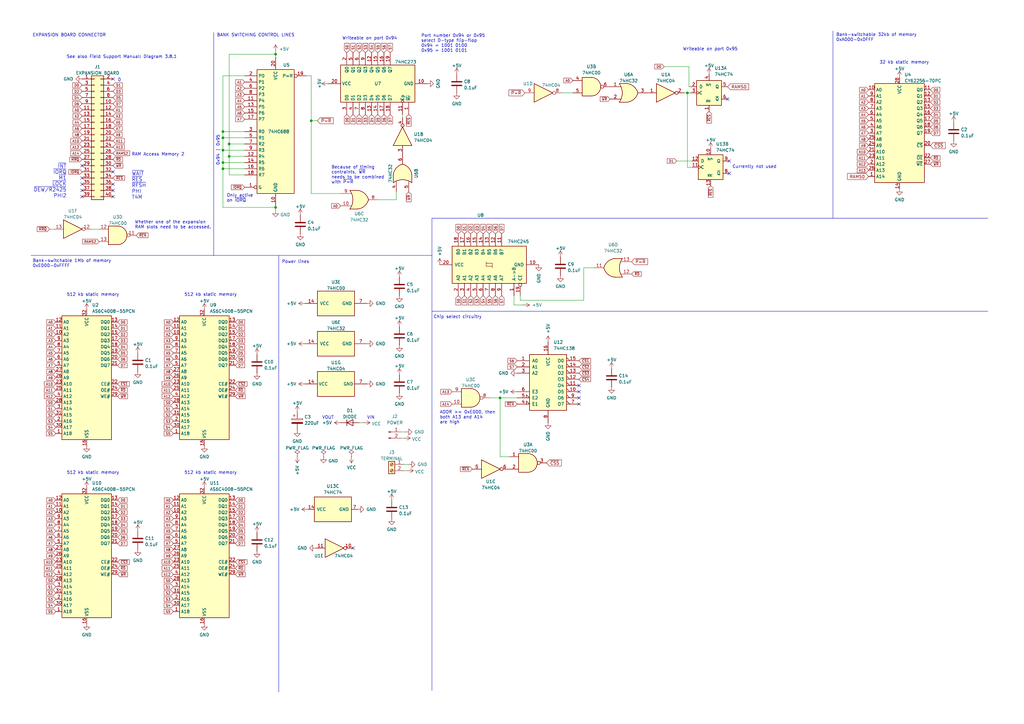
<source format=kicad_sch>
(kicad_sch (version 20231120) (generator "eeschema") (generator_version "8.0")
  (paper "A3")
  (title_block (title "Philips P2000T Memory Expansion 2Mb+") (date "2024-05-20") (rev "2"))
  (lib_symbols
    (symbol "74xx:74HC00" (pin_names (offset 1.016))
      (property "Reference" "U" (at 0 1.27 0))
      (property "Value" "74HC00" (at 0 -1.27 0))
      (symbol "74HC00_1_1"
        (pin input line (at -7.62 2.54 0) (length 3.81) (name "~") (number "1"))
        (pin input line (at -7.62 -2.54 0) (length 3.81) (name "~") (number "2"))
        (pin output inverted (at 7.62 0 180) (length 3.81) (name "~") (number "3"))
      )
      (symbol "74HC00_1_2"
        (pin input inverted (at -7.62 2.54 0) (length 4.318) (name "~") (number "1"))
        (pin input inverted (at -7.62 -2.54 0) (length 4.318) (name "~") (number "2"))
        (pin output line (at 7.62 0 180) (length 3.81) (name "~") (number "3"))
      )
      (symbol "74HC00_2_1"
        (pin input line (at -7.62 2.54 0) (length 3.81) (name "~") (number "4"))
        (pin input line (at -7.62 -2.54 0) (length 3.81) (name "~") (number "5"))
        (pin output inverted (at 7.62 0 180) (length 3.81) (name "~") (number "6"))
      )
      (symbol "74HC00_2_2"
        (pin input inverted (at -7.62 2.54 0) (length 4.318) (name "~") (number "4"))
        (pin input inverted (at -7.62 -2.54 0) (length 4.318) (name "~") (number "5"))
        (pin output line (at 7.62 0 180) (length 3.81) (name "~") (number "6"))
      )
      (symbol "74HC00_3_1"
        (pin input line (at -7.62 -2.54 0) (length 3.81) (name "~") (number "10"))
        (pin output inverted (at 7.62 0 180) (length 3.81) (name "~") (number "8"))
        (pin input line (at -7.62 2.54 0) (length 3.81) (name "~") (number "9"))
      )
      (symbol "74HC00_3_2"
        (pin input inverted (at -7.62 -2.54 0) (length 4.318) (name "~") (number "10"))
        (pin output line (at 7.62 0 180) (length 3.81) (name "~") (number "8"))
        (pin input inverted (at -7.62 2.54 0) (length 4.318) (name "~") (number "9"))
      )
      (symbol "74HC00_4_1"
        (pin output inverted (at 7.62 0 180) (length 3.81) (name "~") (number "11"))
        (pin input line (at -7.62 2.54 0) (length 3.81) (name "~") (number "12"))
        (pin input line (at -7.62 -2.54 0) (length 3.81) (name "~") (number "13"))
      )
      (symbol "74HC00_4_2"
        (pin output line (at 7.62 0 180) (length 3.81) (name "~") (number "11"))
        (pin input inverted (at -7.62 2.54 0) (length 4.318) (name "~") (number "12"))
        (pin input inverted (at -7.62 -2.54 0) (length 4.318) (name "~") (number "13"))
      )
      (symbol "74HC00_5_0"
        (pin power_in line (at 0 12.7 270) (length 5.08) (name "VCC") (number "14"))
        (pin power_in line (at 0 -12.7 90) (length 5.08) (name "GND") (number "7"))
      )
    )
    (symbol "74xx:74HC04"
      (property "Reference" "U" (at 0 1.27 0))
      (property "Value" "74HC04" (at 0 -1.27 0))
      (symbol "74HC04_1_0"
        (pin input line (at -7.62 0 0) (length 3.81) (name "~") (number "1"))
        (pin output inverted (at 7.62 0 180) (length 3.81) (name "~") (number "2"))
      )
      (symbol "74HC04_2_0"
        (pin input line (at -7.62 0 0) (length 3.81) (name "~") (number "3"))
        (pin output inverted (at 7.62 0 180) (length 3.81) (name "~") (number "4"))
      )
      (symbol "74HC04_3_0"
        (pin input line (at -7.62 0 0) (length 3.81) (name "~") (number "5"))
        (pin output inverted (at 7.62 0 180) (length 3.81) (name "~") (number "6"))
      )
      (symbol "74HC04_4_0"
        (pin output inverted (at 7.62 0 180) (length 3.81) (name "~") (number "8"))
        (pin input line (at -7.62 0 0) (length 3.81) (name "~") (number "9"))
      )
      (symbol "74HC04_5_0"
        (pin output inverted (at 7.62 0 180) (length 3.81) (name "~") (number "10"))
        (pin input line (at -7.62 0 0) (length 3.81) (name "~") (number "11"))
      )
      (symbol "74HC04_6_0"
        (pin output inverted (at 7.62 0 180) (length 3.81) (name "~") (number "12"))
        (pin input line (at -7.62 0 0) (length 3.81) (name "~") (number "13"))
      )
      (symbol "74HC04_7_0"
        (pin power_in line (at 0 12.7 270) (length 5.08) (name "VCC") (number "14"))
        (pin power_in line (at 0 -12.7 90) (length 5.08) (name "GND") (number "7"))
      )
    )
    (symbol "74xx:74HC273"
      (property "Reference" "U" (at -7.62 16.51 0))
      (property "Value" "74HC273" (at -7.62 -16.51 0))
      (symbol "74HC273_1_0"
        (pin input line (at -12.7 -12.7 0) (length 5.08) (name "~{Mr}") (number "1"))
        (pin power_in line (at 0 -20.32 90) (length 5.08) (name "GND") (number "10"))
        (pin input clock (at -12.7 -10.16 0) (length 5.08) (name "Cp") (number "11"))
        (pin output line (at 12.7 2.54 180) (length 5.08) (name "Q4") (number "12"))
        (pin input line (at -12.7 2.54 0) (length 5.08) (name "D4") (number "13"))
        (pin input line (at -12.7 0 0) (length 5.08) (name "D5") (number "14"))
        (pin output line (at 12.7 0 180) (length 5.08) (name "Q5") (number "15"))
        (pin output line (at 12.7 -2.54 180) (length 5.08) (name "Q6") (number "16"))
        (pin input line (at -12.7 -2.54 0) (length 5.08) (name "D6") (number "17"))
        (pin input line (at -12.7 -5.08 0) (length 5.08) (name "D7") (number "18"))
        (pin output line (at 12.7 -5.08 180) (length 5.08) (name "Q7") (number "19"))
        (pin output line (at 12.7 12.7 180) (length 5.08) (name "Q0") (number "2"))
        (pin power_in line (at 0 20.32 270) (length 5.08) (name "VCC") (number "20"))
        (pin input line (at -12.7 12.7 0) (length 5.08) (name "D0") (number "3"))
        (pin input line (at -12.7 10.16 0) (length 5.08) (name "D1") (number "4"))
        (pin output line (at 12.7 10.16 180) (length 5.08) (name "Q1") (number "5"))
        (pin output line (at 12.7 7.62 180) (length 5.08) (name "Q2") (number "6"))
        (pin input line (at -12.7 7.62 0) (length 5.08) (name "D2") (number "7"))
        (pin input line (at -12.7 5.08 0) (length 5.08) (name "D3") (number "8"))
        (pin output line (at 12.7 5.08 180) (length 5.08) (name "Q3") (number "9"))
      )
    )
    (symbol "74xx:74HC74" (pin_names (offset 1.016))
      (property "Reference" "U" (at -7.62 8.89 0))
      (property "Value" "74HC74" (at -7.62 -8.89 0))
      (symbol "74HC74_1_0"
        (pin input line (at 0 -7.62 90) (length 2.54) (name "~{R}") (number "1"))
        (pin input line (at -7.62 2.54 0) (length 2.54) (name "D") (number "2"))
        (pin input clock (at -7.62 0 0) (length 2.54) (name "C") (number "3"))
        (pin input line (at 0 7.62 270) (length 2.54) (name "~{S}") (number "4"))
        (pin output line (at 7.62 2.54 180) (length 2.54) (name "Q") (number "5"))
        (pin output line (at 7.62 -2.54 180) (length 2.54) (name "~{Q}") (number "6"))
      )
      (symbol "74HC74_2_0"
        (pin input line (at 0 7.62 270) (length 2.54) (name "~{S}") (number "10"))
        (pin input clock (at -7.62 0 0) (length 2.54) (name "C") (number "11"))
        (pin input line (at -7.62 2.54 0) (length 2.54) (name "D") (number "12"))
        (pin input line (at 0 -7.62 90) (length 2.54) (name "~{R}") (number "13"))
        (pin output line (at 7.62 -2.54 180) (length 2.54) (name "~{Q}") (number "8"))
        (pin output line (at 7.62 2.54 180) (length 2.54) (name "Q") (number "9"))
      )
      (symbol "74HC74_3_0"
        (pin power_in line (at 0 10.16 270) (length 2.54) (name "VCC") (number "14"))
        (pin power_in line (at 0 -10.16 90) (length 2.54) (name "GND") (number "7"))
      )
    )
    (symbol "74xx:74LS138" (pin_names (offset 1.016))
      (property "Reference" "U" (at -7.62 11.43 0))
      (property "Value" "74LS138" (at -7.62 -13.97 0))
      (symbol "74LS138_1_0"
        (pin input line (at -12.7 7.62 0) (length 5.08) (name "A0") (number "1"))
        (pin output output_low (at 12.7 -5.08 180) (length 5.08) (name "O5") (number "10"))
        (pin output output_low (at 12.7 -2.54 180) (length 5.08) (name "O4") (number "11"))
        (pin output output_low (at 12.7 0 180) (length 5.08) (name "O3") (number "12"))
        (pin output output_low (at 12.7 2.54 180) (length 5.08) (name "O2") (number "13"))
        (pin output output_low (at 12.7 5.08 180) (length 5.08) (name "O1") (number "14"))
        (pin output output_low (at 12.7 7.62 180) (length 5.08) (name "O0") (number "15"))
        (pin power_in line (at 0 15.24 270) (length 5.08) (name "VCC") (number "16"))
        (pin input line (at -12.7 5.08 0) (length 5.08) (name "A1") (number "2"))
        (pin input line (at -12.7 2.54 0) (length 5.08) (name "A2") (number "3"))
        (pin input input_low (at -12.7 -10.16 0) (length 5.08) (name "E1") (number "4"))
        (pin input input_low (at -12.7 -7.62 0) (length 5.08) (name "E2") (number "5"))
        (pin input line (at -12.7 -5.08 0) (length 5.08) (name "E3") (number "6"))
        (pin output output_low (at 12.7 -10.16 180) (length 5.08) (name "O7") (number "7"))
        (pin power_in line (at 0 -17.78 90) (length 5.08) (name "GND") (number "8"))
        (pin output output_low (at 12.7 -7.62 180) (length 5.08) (name "O6") (number "9"))
      )
    )
    (symbol "74xx:74LS245" (pin_names (offset 1.016))
      (property "Reference" "U" (at -7.62 16.51 0))
      (property "Value" "74LS245" (at -7.62 -16.51 0))
      (symbol "74LS245_1_0"
        (pin input line (at -12.7 -10.16 0) (length 5.08) (name "A->B") (number "1"))
        (pin power_in line (at 0 -20.32 90) (length 5.08) (name "GND") (number "10"))
        (pin tri_state line (at 12.7 -5.08 180) (length 5.08) (name "B7") (number "11"))
        (pin tri_state line (at 12.7 -2.54 180) (length 5.08) (name "B6") (number "12"))
        (pin tri_state line (at 12.7 0 180) (length 5.08) (name "B5") (number "13"))
        (pin tri_state line (at 12.7 2.54 180) (length 5.08) (name "B4") (number "14"))
        (pin tri_state line (at 12.7 5.08 180) (length 5.08) (name "B3") (number "15"))
        (pin tri_state line (at 12.7 7.62 180) (length 5.08) (name "B2") (number "16"))
        (pin tri_state line (at 12.7 10.16 180) (length 5.08) (name "B1") (number "17"))
        (pin tri_state line (at 12.7 12.7 180) (length 5.08) (name "B0") (number "18"))
        (pin input inverted (at -12.7 -12.7 0) (length 5.08) (name "CE") (number "19"))
        (pin tri_state line (at -12.7 12.7 0) (length 5.08) (name "A0") (number "2"))
        (pin power_in line (at 0 20.32 270) (length 5.08) (name "VCC") (number "20"))
        (pin tri_state line (at -12.7 10.16 0) (length 5.08) (name "A1") (number "3"))
        (pin tri_state line (at -12.7 7.62 0) (length 5.08) (name "A2") (number "4"))
        (pin tri_state line (at -12.7 5.08 0) (length 5.08) (name "A3") (number "5"))
        (pin tri_state line (at -12.7 2.54 0) (length 5.08) (name "A4") (number "6"))
        (pin tri_state line (at -12.7 0 0) (length 5.08) (name "A5") (number "7"))
        (pin tri_state line (at -12.7 -2.54 0) (length 5.08) (name "A6") (number "8"))
        (pin tri_state line (at -12.7 -5.08 0) (length 5.08) (name "A7") (number "9"))
      )
    )
    (symbol "74xx:74LS32" (pin_names (offset 1.016))
      (property "Reference" "U" (at 0 1.27 0))
      (property "Value" "74LS32" (at 0 -1.27 0))
      (symbol "74LS32_1_1"
        (pin input line (at -7.62 2.54 0) (length 4.318) (name "~") (number "1"))
        (pin input line (at -7.62 -2.54 0) (length 4.318) (name "~") (number "2"))
        (pin output line (at 7.62 0 180) (length 3.81) (name "~") (number "3"))
      )
      (symbol "74LS32_1_2"
        (pin input inverted (at -7.62 2.54 0) (length 3.81) (name "~") (number "1"))
        (pin input inverted (at -7.62 -2.54 0) (length 3.81) (name "~") (number "2"))
        (pin output inverted (at 7.62 0 180) (length 3.81) (name "~") (number "3"))
      )
      (symbol "74LS32_2_1"
        (pin input line (at -7.62 2.54 0) (length 4.318) (name "~") (number "4"))
        (pin input line (at -7.62 -2.54 0) (length 4.318) (name "~") (number "5"))
        (pin output line (at 7.62 0 180) (length 3.81) (name "~") (number "6"))
      )
      (symbol "74LS32_2_2"
        (pin input inverted (at -7.62 2.54 0) (length 3.81) (name "~") (number "4"))
        (pin input inverted (at -7.62 -2.54 0) (length 3.81) (name "~") (number "5"))
        (pin output inverted (at 7.62 0 180) (length 3.81) (name "~") (number "6"))
      )
      (symbol "74LS32_3_1"
        (pin input line (at -7.62 -2.54 0) (length 4.318) (name "~") (number "10"))
        (pin output line (at 7.62 0 180) (length 3.81) (name "~") (number "8"))
        (pin input line (at -7.62 2.54 0) (length 4.318) (name "~") (number "9"))
      )
      (symbol "74LS32_3_2"
        (pin input inverted (at -7.62 -2.54 0) (length 3.81) (name "~") (number "10"))
        (pin output inverted (at 7.62 0 180) (length 3.81) (name "~") (number "8"))
        (pin input inverted (at -7.62 2.54 0) (length 3.81) (name "~") (number "9"))
      )
      (symbol "74LS32_4_1"
        (pin output line (at 7.62 0 180) (length 3.81) (name "~") (number "11"))
        (pin input line (at -7.62 2.54 0) (length 4.318) (name "~") (number "12"))
        (pin input line (at -7.62 -2.54 0) (length 4.318) (name "~") (number "13"))
      )
      (symbol "74LS32_4_2"
        (pin output inverted (at 7.62 0 180) (length 3.81) (name "~") (number "11"))
        (pin input inverted (at -7.62 2.54 0) (length 3.81) (name "~") (number "12"))
        (pin input inverted (at -7.62 -2.54 0) (length 3.81) (name "~") (number "13"))
      )
      (symbol "74LS32_5_0"
        (pin power_in line (at 0 12.7 270) (length 5.08) (name "VCC") (number "14"))
        (pin power_in line (at 0 -12.7 90) (length 5.08) (name "GND") (number "7"))
      )
    )
    (symbol "74xx:74LS688"
      (property "Reference" "U" (at -7.62 26.67 0))
      (property "Value" "74LS688" (at -7.62 -26.67 0))
      (symbol "74LS688_1_0"
        (pin input inverted (at -12.7 -22.86 0) (length 5.08) (name "G") (number "1"))
        (pin power_in line (at 0 -30.48 90) (length 5.08) (name "GND") (number "10"))
        (pin input line (at -12.7 12.7 0) (length 5.08) (name "P4") (number "11"))
        (pin input line (at -12.7 -10.16 0) (length 5.08) (name "R4") (number "12"))
        (pin input line (at -12.7 10.16 0) (length 5.08) (name "P5") (number "13"))
        (pin input line (at -12.7 -12.7 0) (length 5.08) (name "R5") (number "14"))
        (pin input line (at -12.7 7.62 0) (length 5.08) (name "P6") (number "15"))
        (pin input line (at -12.7 -15.24 0) (length 5.08) (name "R6") (number "16"))
        (pin input line (at -12.7 5.08 0) (length 5.08) (name "P7") (number "17"))
        (pin input line (at -12.7 -17.78 0) (length 5.08) (name "R7") (number "18"))
        (pin output inverted (at 12.7 22.86 180) (length 5.08) (name "P=R") (number "19"))
        (pin input line (at -12.7 22.86 0) (length 5.08) (name "P0") (number "2"))
        (pin power_in line (at 0 30.48 270) (length 5.08) (name "VCC") (number "20"))
        (pin input line (at -12.7 0 0) (length 5.08) (name "R0") (number "3"))
        (pin input line (at -12.7 20.32 0) (length 5.08) (name "P1") (number "4"))
        (pin input line (at -12.7 -2.54 0) (length 5.08) (name "R1") (number "5"))
        (pin input line (at -12.7 17.78 0) (length 5.08) (name "P2") (number "6"))
        (pin input line (at -12.7 -5.08 0) (length 5.08) (name "R2") (number "7"))
        (pin input line (at -12.7 15.24 0) (length 5.08) (name "P3") (number "8"))
        (pin input line (at -12.7 -7.62 0) (length 5.08) (name "R3") (number "9"))
      )
    )
    (symbol "Connector:Conn_01x02_Male" (pin_names (offset 1.016) hide)
      (property "Reference" "J" (at 0 2.54 0))
      (property "Value" "Conn_01x02_Male" (at 0 -5.08 0))
      (symbol "Conn_01x02_Male_1_1"
        (pin passive line (at 5.08 0 180) (length 3.81) (name "Pin_1") (number "1"))
        (pin passive line (at 5.08 -2.54 180) (length 3.81) (name "Pin_2") (number "2"))
      )
    )
    (symbol "Connector:Screw_Terminal_01x02" (pin_names (offset 1.016) hide)
      (property "Reference" "J" (at 0 2.54 0))
      (property "Value" "Screw_Terminal_01x02" (at 0 -5.08 0))
      (symbol "Screw_Terminal_01x02_1_1"
        (pin passive line (at -5.08 0 0) (length 3.81) (name "Pin_1") (number "1"))
        (pin passive line (at -5.08 -2.54 0) (length 3.81) (name "Pin_2") (number "2"))
      )
    )
    (symbol "Connector_Generic:Conn_02x20_Odd_Even" (pin_names (offset 1.016) hide)
      (property "Reference" "J" (at 1.27 25.4 0))
      (property "Value" "Conn_02x20_Odd_Even" (at 1.27 -27.94 0))
      (symbol "Conn_02x20_Odd_Even_1_1"
        (pin passive line (at -5.08 22.86 0) (length 3.81) (name "Pin_1") (number "1"))
        (pin passive line (at 7.62 12.7 180) (length 3.81) (name "Pin_10") (number "10"))
        (pin passive line (at -5.08 10.16 0) (length 3.81) (name "Pin_11") (number "11"))
        (pin passive line (at 7.62 10.16 180) (length 3.81) (name "Pin_12") (number "12"))
        (pin passive line (at -5.08 7.62 0) (length 3.81) (name "Pin_13") (number "13"))
        (pin passive line (at 7.62 7.62 180) (length 3.81) (name "Pin_14") (number "14"))
        (pin passive line (at -5.08 5.08 0) (length 3.81) (name "Pin_15") (number "15"))
        (pin passive line (at 7.62 5.08 180) (length 3.81) (name "Pin_16") (number "16"))
        (pin passive line (at -5.08 2.54 0) (length 3.81) (name "Pin_17") (number "17"))
        (pin passive line (at 7.62 2.54 180) (length 3.81) (name "Pin_18") (number "18"))
        (pin passive line (at -5.08 0 0) (length 3.81) (name "Pin_19") (number "19"))
        (pin passive line (at 7.62 22.86 180) (length 3.81) (name "Pin_2") (number "2"))
        (pin passive line (at 7.62 0 180) (length 3.81) (name "Pin_20") (number "20"))
        (pin passive line (at -5.08 -2.54 0) (length 3.81) (name "Pin_21") (number "21"))
        (pin passive line (at 7.62 -2.54 180) (length 3.81) (name "Pin_22") (number "22"))
        (pin passive line (at -5.08 -5.08 0) (length 3.81) (name "Pin_23") (number "23"))
        (pin passive line (at 7.62 -5.08 180) (length 3.81) (name "Pin_24") (number "24"))
        (pin passive line (at -5.08 -7.62 0) (length 3.81) (name "Pin_25") (number "25"))
        (pin passive line (at 7.62 -7.62 180) (length 3.81) (name "Pin_26") (number "26"))
        (pin passive line (at -5.08 -10.16 0) (length 3.81) (name "Pin_27") (number "27"))
        (pin passive line (at 7.62 -10.16 180) (length 3.81) (name "Pin_28") (number "28"))
        (pin passive line (at -5.08 -12.7 0) (length 3.81) (name "Pin_29") (number "29"))
        (pin passive line (at -5.08 20.32 0) (length 3.81) (name "Pin_3") (number "3"))
        (pin passive line (at 7.62 -12.7 180) (length 3.81) (name "Pin_30") (number "30"))
        (pin passive line (at -5.08 -15.24 0) (length 3.81) (name "Pin_31") (number "31"))
        (pin passive line (at 7.62 -15.24 180) (length 3.81) (name "Pin_32") (number "32"))
        (pin passive line (at -5.08 -17.78 0) (length 3.81) (name "Pin_33") (number "33"))
        (pin passive line (at 7.62 -17.78 180) (length 3.81) (name "Pin_34") (number "34"))
        (pin passive line (at -5.08 -20.32 0) (length 3.81) (name "Pin_35") (number "35"))
        (pin passive line (at 7.62 -20.32 180) (length 3.81) (name "Pin_36") (number "36"))
        (pin passive line (at -5.08 -22.86 0) (length 3.81) (name "Pin_37") (number "37"))
        (pin passive line (at 7.62 -22.86 180) (length 3.81) (name "Pin_38") (number "38"))
        (pin passive line (at -5.08 -25.4 0) (length 3.81) (name "Pin_39") (number "39"))
        (pin passive line (at 7.62 20.32 180) (length 3.81) (name "Pin_4") (number "4"))
        (pin passive line (at 7.62 -25.4 180) (length 3.81) (name "Pin_40") (number "40"))
        (pin passive line (at -5.08 17.78 0) (length 3.81) (name "Pin_5") (number "5"))
        (pin passive line (at 7.62 17.78 180) (length 3.81) (name "Pin_6") (number "6"))
        (pin passive line (at -5.08 15.24 0) (length 3.81) (name "Pin_7") (number "7"))
        (pin passive line (at 7.62 15.24 180) (length 3.81) (name "Pin_8") (number "8"))
        (pin passive line (at -5.08 12.7 0) (length 3.81) (name "Pin_9") (number "9"))
      )
    )
    (symbol "Device:C" (pin_numbers hide) (pin_names (offset 0.254))
      (property "Reference" "C" (at 0.635 2.54 0))
      (property "Value" "C" (at 0.635 -2.54 0))
      (symbol "C_1_1"
        (pin passive line (at 0 3.81 270) (length 2.794) (name "~") (number "1"))
        (pin passive line (at 0 -3.81 90) (length 2.794) (name "~") (number "2"))
      )
    )
    (symbol "Device:C_Polarized" (pin_numbers hide) (pin_names (offset 0.254))
      (property "Reference" "C" (at 0.635 2.54 0))
      (property "Value" "C_Polarized" (at 0.635 -2.54 0))
      (symbol "C_Polarized_1_1"
        (pin passive line (at 0 3.81 270) (length 2.794) (name "~") (number "1"))
        (pin passive line (at 0 -3.81 90) (length 2.794) (name "~") (number "2"))
      )
    )
    (symbol "Device:D" (pin_numbers hide) (pin_names (offset 1.016) hide)
      (property "Reference" "D" (at 0 2.54 0))
      (property "Value" "D" (at 0 -2.54 0))
      (symbol "D_1_1"
        (pin passive line (at -3.81 0 0) (length 2.54) (name "K") (number "1"))
        (pin passive line (at 3.81 0 180) (length 2.54) (name "A") (number "2"))
      )
    )
    (symbol "Memory_RAM:AS6C4008-55PCN"
      (property "Reference" "U" (at -10.16 26.035 0))
      (property "Value" "AS6C4008-55PCN" (at 2.54 26.035 0))
      (symbol "AS6C4008-55PCN_0_0"
        (pin power_in line (at 0 -27.94 90) (length 2.54) (name "VSS") (number "16"))
        (pin power_in line (at 0 27.94 270) (length 2.54) (name "VCC") (number "32"))
      )
      (symbol "AS6C4008-55PCN_1_1"
        (pin input line (at -12.7 -22.86 0) (length 2.54) (name "A18") (number "1"))
        (pin input line (at -12.7 17.78 0) (length 2.54) (name "A2") (number "10"))
        (pin input line (at -12.7 20.32 0) (length 2.54) (name "A1") (number "11"))
        (pin input line (at -12.7 22.86 0) (length 2.54) (name "A0") (number "12"))
        (pin tri_state line (at 12.7 22.86 180) (length 2.54) (name "DQ0") (number "13"))
        (pin tri_state line (at 12.7 20.32 180) (length 2.54) (name "DQ1") (number "14"))
        (pin tri_state line (at 12.7 17.78 180) (length 2.54) (name "DQ2") (number "15"))
        (pin tri_state line (at 12.7 15.24 180) (length 2.54) (name "DQ3") (number "17"))
        (pin tri_state line (at 12.7 12.7 180) (length 2.54) (name "DQ4") (number "18"))
        (pin tri_state line (at 12.7 10.16 180) (length 2.54) (name "DQ5") (number "19"))
        (pin input line (at -12.7 -17.78 0) (length 2.54) (name "A16") (number "2"))
        (pin tri_state line (at 12.7 7.62 180) (length 2.54) (name "DQ6") (number "20"))
        (pin tri_state line (at 12.7 5.08 180) (length 2.54) (name "DQ7") (number "21"))
        (pin input line (at 12.7 -2.54 180) (length 2.54) (name "CE#") (number "22"))
        (pin input line (at -12.7 -2.54 0) (length 2.54) (name "A10") (number "23"))
        (pin input line (at 12.7 -5.08 180) (length 2.54) (name "OE#") (number "24"))
        (pin input line (at -12.7 -5.08 0) (length 2.54) (name "A11") (number "25"))
        (pin input line (at -12.7 0 0) (length 2.54) (name "A9") (number "26"))
        (pin input line (at -12.7 2.54 0) (length 2.54) (name "A8") (number "27"))
        (pin input line (at -12.7 -10.16 0) (length 2.54) (name "A13") (number "28"))
        (pin input line (at 12.7 -7.62 180) (length 2.54) (name "WE#") (number "29"))
        (pin input line (at -12.7 -12.7 0) (length 2.54) (name "A14") (number "3"))
        (pin input line (at -12.7 -20.32 0) (length 2.54) (name "A17") (number "30"))
        (pin input line (at -12.7 -15.24 0) (length 2.54) (name "A15") (number "31"))
        (pin input line (at -12.7 -7.62 0) (length 2.54) (name "A12") (number "4"))
        (pin input line (at -12.7 5.08 0) (length 2.54) (name "A7") (number "5"))
        (pin input line (at -12.7 7.62 0) (length 2.54) (name "A6") (number "6"))
        (pin input line (at -12.7 10.16 0) (length 2.54) (name "A5") (number "7"))
        (pin input line (at -12.7 12.7 0) (length 2.54) (name "A4") (number "8"))
        (pin input line (at -12.7 15.24 0) (length 2.54) (name "A3") (number "9"))
      )
    )
    (symbol "Memory_RAM:CY62256-70PC"
      (property "Reference" "U" (at -10.16 20.955 0))
      (property "Value" "CY62256-70PC" (at 2.54 20.955 0))
      (symbol "CY62256-70PC_0_0"
        (pin power_in line (at 0 -22.86 90) (length 2.54) (name "GND") (number "14"))
        (pin power_in line (at 0 22.86 270) (length 2.54) (name "VCC") (number "28"))
      )
      (symbol "CY62256-70PC_1_1"
        (pin input line (at -12.7 -17.78 0) (length 2.54) (name "A14") (number "1"))
        (pin input line (at -12.7 17.78 0) (length 2.54) (name "A0") (number "10"))
        (pin tri_state line (at 12.7 17.78 180) (length 2.54) (name "Q0") (number "11"))
        (pin tri_state line (at 12.7 15.24 180) (length 2.54) (name "Q1") (number "12"))
        (pin tri_state line (at 12.7 12.7 180) (length 2.54) (name "Q2") (number "13"))
        (pin tri_state line (at 12.7 10.16 180) (length 2.54) (name "Q3") (number "15"))
        (pin tri_state line (at 12.7 7.62 180) (length 2.54) (name "Q4") (number "16"))
        (pin tri_state line (at 12.7 5.08 180) (length 2.54) (name "Q5") (number "17"))
        (pin tri_state line (at 12.7 2.54 180) (length 2.54) (name "Q6") (number "18"))
        (pin tri_state line (at 12.7 0 180) (length 2.54) (name "Q7") (number "19"))
        (pin input line (at -12.7 -12.7 0) (length 2.54) (name "A12") (number "2"))
        (pin input line (at 12.7 -5.08 180) (length 2.54) (name "~{CS}") (number "20"))
        (pin input line (at -12.7 -7.62 0) (length 2.54) (name "A10") (number "21"))
        (pin input line (at 12.7 -10.16 180) (length 2.54) (name "~{OE}") (number "22"))
        (pin input line (at -12.7 -10.16 0) (length 2.54) (name "A11") (number "23"))
        (pin input line (at -12.7 -5.08 0) (length 2.54) (name "A9") (number "24"))
        (pin input line (at -12.7 -2.54 0) (length 2.54) (name "A8") (number "25"))
        (pin input line (at -12.7 -15.24 0) (length 2.54) (name "A13") (number "26"))
        (pin input line (at 12.7 -12.7 180) (length 2.54) (name "~{WE}") (number "27"))
        (pin input line (at -12.7 0 0) (length 2.54) (name "A7") (number "3"))
        (pin input line (at -12.7 2.54 0) (length 2.54) (name "A6") (number "4"))
        (pin input line (at -12.7 5.08 0) (length 2.54) (name "A5") (number "5"))
        (pin input line (at -12.7 7.62 0) (length 2.54) (name "A4") (number "6"))
        (pin input line (at -12.7 10.16 0) (length 2.54) (name "A3") (number "7"))
        (pin input line (at -12.7 12.7 0) (length 2.54) (name "A2") (number "8"))
        (pin input line (at -12.7 15.24 0) (length 2.54) (name "A1") (number "9"))
      )
    )
    (symbol "power:+5V" (power) (pin_names (offset 0))
      (property "Value" "+5V" (at 0 3.556 0))
      (symbol "+5V_1_1"
        (pin power_in line (at 0 0 90) (length 0) hide (name "+5V") (number "1"))
      )
    )
    (symbol "power:GND" (power) (pin_names (offset 0))
      (property "Value" "GND" (at 0 -3.81 0))
      (symbol "GND_1_1"
        (pin power_in line (at 0 0 270) (length 0) hide (name "GND") (number "1"))
      )
    )
    (symbol "power:PWR_FLAG" (power) (pin_numbers hide) (pin_names (offset 0) hide)
      (property "Value" "PWR_FLAG" (at 0 3.81 0))
      (symbol "PWR_FLAG_0_0"
        (pin power_out line (at 0 0 90) (length 0) (name "pwr") (number "1"))
      )
    )
    (symbol "power:VCC" (power) (pin_names (offset 0))
      (property "Value" "VCC" (at 0 3.81 0))
      (symbol "VCC_1_1"
        (pin power_in line (at 0 0 90) (length 0) hide (name "VCC") (number "1"))
      )
    )
  )
  (junction (at 91.44 66.675))
  (junction (at 91.44 69.215))
  (junction (at 113.03 85.09))
  (junction (at 91.44 53.975))
  (junction (at 93.98 59.055))
  (junction (at 113.03 22.225))
  (junction (at 127.635 49.53))
  (junction (at 205.105 163.195))
  (junction (at 91.44 61.595))
  (junction (at 93.98 64.135))
  (junction (at 281.94 38.1))
  (junction (at 91.44 56.515))
  (no_connect (at 46.355 80.645))
  (no_connect (at 144.78 224.79))
  (no_connect (at 237.49 163.195))
  (no_connect (at 33.655 75.565))
  (no_connect (at 46.355 70.485))
  (no_connect (at 33.655 80.645))
  (no_connect (at 33.655 78.105))
  (no_connect (at 237.49 165.735))
  (no_connect (at 46.355 75.565))
  (no_connect (at 299.085 71.12))
  (no_connect (at 46.355 32.385))
  (no_connect (at 46.355 78.105))
  (no_connect (at 237.49 160.655))
  (no_connect (at 237.49 158.115))
  (no_connect (at 298.45 40.64))
  (no_connect (at 33.655 73.025))
  (no_connect (at 299.085 66.04))
  (no_connect (at 33.655 67.945))
  (wire (pts (xy 91.44 53.975) (xy 91.44 56.515)))
  (polyline (pts (xy 200.66 89.535) (xy 405.13 89.535)))
  (wire (pts (xy 127.635 31.115) (xy 127.635 49.53)))
  (wire (pts (xy 283.21 38.1) (xy 281.94 38.1)))
  (wire (pts (xy 154.94 81.915) (xy 162.56 81.915)))
  (wire (pts (xy 239.395 109.855) (xy 239.395 123.19)))
  (wire (pts (xy 281.94 38.1) (xy 281.94 68.58)))
  (wire (pts (xy 167.64 190.5) (xy 165.735 190.5)))
  (polyline (pts (xy 200.66 89.535) (xy 177.165 89.535)))
  (wire (pts (xy 166.37 177.165) (xy 164.465 177.165)))
  (polyline (pts (xy 87.63 13.335) (xy 87.63 104.775)))
  (wire (pts (xy 282.575 35.56) (xy 283.21 35.56)))
  (wire (pts (xy 100.33 71.755) (xy 93.98 71.755)))
  (wire (pts (xy 277.495 66.04) (xy 283.845 66.04)))
  (wire (pts (xy 127.635 79.375) (xy 139.7 79.375)))
  (wire (pts (xy 113.03 85.09) (xy 113.03 86.36)))
  (wire (pts (xy 93.98 22.225) (xy 113.03 22.225)))
  (wire (pts (xy 281.94 38.1) (xy 280.67 38.1)))
  (wire (pts (xy 100.33 59.055) (xy 93.98 59.055)))
  (polyline (pts (xy 341.63 12.7) (xy 341.63 89.535)))
  (wire (pts (xy 91.44 56.515) (xy 91.44 61.595)))
  (wire (pts (xy 213.36 121.285) (xy 213.36 123.19)))
  (polyline (pts (xy 114.3 104.775) (xy 114.3 283.845)))
  (wire (pts (xy 93.98 22.225) (xy 93.98 59.055)))
  (polyline (pts (xy 177.165 127.635) (xy 405.13 127.635)))
  (wire (pts (xy 127.635 49.53) (xy 127.635 79.375)))
  (wire (pts (xy 149.225 173.355) (xy 147.32 173.355)))
  (wire (pts (xy 165.1 46.99) (xy 165.1 48.26)))
  (wire (pts (xy 93.98 64.135) (xy 93.98 59.055)))
  (wire (pts (xy 125.73 31.115) (xy 127.635 31.115)))
  (wire (pts (xy 20.32 93.98) (xy 22.225 93.98)))
  (wire (pts (xy 91.44 66.675) (xy 100.33 66.675)))
  (wire (pts (xy 91.44 69.215) (xy 100.33 69.215)))
  (wire (pts (xy 165.735 193.04) (xy 167.005 193.04)))
  (wire (pts (xy 130.175 49.53) (xy 127.635 49.53)))
  (wire (pts (xy 113.03 22.225) (xy 113.03 23.495)))
  (polyline (pts (xy 12.7 104.775) (xy 87.63 104.775)))
  (wire (pts (xy 91.44 31.115) (xy 100.33 31.115)))
  (wire (pts (xy 37.465 93.98) (xy 40.64 93.98)))
  (polyline (pts (xy 177.165 89.535) (xy 177.165 283.21)))
  (polyline (pts (xy 87.63 104.775) (xy 177.165 104.775)))
  (wire (pts (xy 91.44 69.215) (xy 91.44 85.09)))
  (wire (pts (xy 113.03 84.455) (xy 113.03 85.09)))
  (wire (pts (xy 205.105 163.195) (xy 212.09 163.195)))
  (wire (pts (xy 205.105 163.195) (xy 205.105 187.325)))
  (wire (pts (xy 272.415 27.305) (xy 282.575 27.305)))
  (wire (pts (xy 210.82 121.285) (xy 210.82 125.095)))
  (wire (pts (xy 100.33 53.975) (xy 91.44 53.975)))
  (wire (pts (xy 93.98 71.755) (xy 93.98 64.135)))
  (wire (pts (xy 91.44 61.595) (xy 100.33 61.595)))
  (wire (pts (xy 91.44 66.675) (xy 91.44 69.215)))
  (wire (pts (xy 113.03 85.09) (xy 91.44 85.09)))
  (wire (pts (xy 113.03 20.955) (xy 113.03 22.225)))
  (wire (pts (xy 100.33 64.135) (xy 93.98 64.135)))
  (wire (pts (xy 91.44 56.515) (xy 100.33 56.515)))
  (wire (pts (xy 239.395 123.19) (xy 213.36 123.19)))
  (wire (pts (xy 234.95 38.1) (xy 230.505 38.1)))
  (wire (pts (xy 200.66 163.195) (xy 205.105 163.195)))
  (wire (pts (xy 164.465 179.705) (xy 165.735 179.705)))
  (wire (pts (xy 91.44 53.975) (xy 91.44 31.115)))
  (wire (pts (xy 243.84 109.855) (xy 239.395 109.855)))
  (wire (pts (xy 205.105 187.325) (xy 208.915 187.325)))
  (wire (pts (xy 281.94 68.58) (xy 283.845 68.58)))
  (wire (pts (xy 91.44 61.595) (xy 91.44 66.675)))
  (wire (pts (xy 210.82 125.095) (xy 214.63 125.095)))
  (wire (pts (xy 162.56 81.915) (xy 162.56 78.74)))
  (wire (pts (xy 282.575 27.305) (xy 282.575 35.56)))
  (text "512 kb static memory" (at 27.305 194.691 0) (effects (font (size 1.27 1.27)) (justify left bottom)))
  (text "512 kb static memory" (at 75.565 121.666 0) (effects (font (size 1.27 1.27)) (justify left bottom)))
  (text "VIN" (at 150.495 172.085 0) (effects (font (size 1.27 1.27)) (justify left bottom)))
  (text "EXPANSION BOARD CONNECTOR" (at 13.335 15.24 0) (effects (font (size 1.27 1.27)) (justify left bottom)))
  (text "0x94 | 0x95" (at 90.17 67.945 90) (effects (font (size 1.27 1.27)) (justify left bottom)))
  (text "VOUT" (at 132.08 172.085 0) (effects (font (size 1.27 1.27)) (justify left bottom)))
  (text "32 kb static memory" (at 360.68 26.416 0) (effects (font (size 1.27 1.27)) (justify left bottom)))
  (text "~{INT}\n~{IORQ}\n~{M1}\n~{LOCK}\n~{DEW/R2425}\nPHI2" (at 27.305 81.28 0) (effects (font (size 1.5 1.5)) (justify right bottom)))
  (text "D" (at 48.26 33.655 0) (effects (font (size 1.27 1.27)) (justify left bottom)))
  (text "Only active\non ~{IORQ}" (at 92.964 83.058 0) (effects (font (size 1.27 1.27)) (justify left bottom)))
  (text "Writeable on port 0x95" (at 280.035 20.955 0) (effects (font (size 1.27 1.27)) (justify left bottom)))
  (text "RAM Access Memory 2" (at 53.975 64.135 0) (effects (font (size 1.27 1.27)) (justify left bottom)))
  (text "Currently not used" (at 300.355 69.215 0) (effects (font (size 1.27 1.27)) (justify left bottom)))
  (text "Bank-switchable 32kb of memory\n0xA000-0xDFFF" (at 342.9 17.145 0) (effects (font (size 1.27 1.27)) (justify left bottom)))
  (text "Because of timing\ncontraints, ~{WR}\nneeds to be combined\nwith ~{P=R}" (at 135.89 75.565 0) (effects (font (size 1.27 1.27)) (justify left bottom)))
  (text "Bank-switchable 1Mb of memory\n0xE000-0xFFFF" (at 13.335 109.855 0) (effects (font (size 1.27 1.27)) (justify left bottom)))
  (text "See also Field Support Manual: Diagram 3.8.1" (at 27.305 24.13 0) (effects (font (size 1.27 1.27)) (justify left bottom)))
  (text "Power lines" (at 115.57 108.204 0) (effects (font (size 1.27 1.27)) (justify left bottom)))
  (text "Chip select circuitry" (at 177.8 130.81 0) (effects (font (size 1.27 1.27)) (justify left bottom)))
  (text "BANK SWITCHING CONTROL LINES" (at 88.9 15.24 0) (effects (font (size 1.27 1.27)) (justify left bottom)))
  (text "512 kb static memory" (at 27.305 121.666 0) (effects (font (size 1.27 1.27)) (justify left bottom)))
  (text "512 kb static memory" (at 75.565 194.691 0) (effects (font (size 1.27 1.27)) (justify left bottom)))
  (text "ADDR >= 0xE000, then \nboth A13 and A14 \nare high" (at 180.34 173.99 0) (effects (font (size 1.27 1.27)) (justify left bottom)))
  (text "Writeable on port 0x94" (at 140.335 16.51 0) (effects (font (size 1.27 1.27)) (justify left bottom)))
  (text "~{WAIT}\n~{RES}\n~{RFSH}\nPHI\nT4M" (at 53.975 81.915 0) (effects (font (size 1.5 1.5)) (justify left bottom)))
  (text "Whether one of the expansion\nRAM slots need to be accessed." (at 55.245 93.98 0) (effects (font (size 1.27 1.27)) (justify left bottom)))
  (text "Port number 0x94 or 0x95\nselect D-type flip-flop\n0x94 = 1001 0100\n0x95 = 1001 0101" (at 172.72 21.59 0) (effects (font (size 1.27 1.27)) (justify left bottom)))
  (global_label "S1" (shape input) (at 71.12 240.665 180) (effects (font (size 1 1))) (property "Intersheetrefs" "${INTERSHEET_REFS}" (effects (hide yes))))
  (global_label "A4" (shape input) (at 22.86 215.265 180) (effects (font (size 1 1))) (property "Intersheetrefs" "${INTERSHEET_REFS}" (effects (hide yes))))
  (global_label "A8" (shape input) (at 71.12 152.4 180) (effects (font (size 1 1))) (property "Intersheetrefs" "${INTERSHEET_REFS}" (effects (hide yes))))
  (global_label "S5" (shape input) (at 154.94 21.59 90) (effects (font (size 1 1))) (property "Intersheetrefs" "${INTERSHEET_REFS}" (effects (hide yes))))
  (global_label "~{REN}" (shape input) (at 212.09 165.735 180) (effects (font (size 1 1))) (property "Intersheetrefs" "${INTERSHEET_REFS}" (effects (hide yes))))
  (global_label "A10" (shape input) (at 71.12 230.505 180) (effects (font (size 1 1))) (property "Intersheetrefs" "${INTERSHEET_REFS}" (effects (hide yes))))
  (global_label "S3" (shape input) (at 71.12 245.745 180) (effects (font (size 1 1))) (property "Intersheetrefs" "${INTERSHEET_REFS}" (effects (hide yes))))
  (global_label "A3" (shape input) (at 356.235 44.45 180) (effects (font (size 1 1))) (property "Intersheetrefs" "${INTERSHEET_REFS}" (effects (hide yes))))
  (global_label "~{P=R}" (shape input) (at 130.175 49.53 0) (property "Intersheetrefs" "${INTERSHEET_REFS}" (effects (hide yes))))
  (global_label "D1" (shape input) (at 381.635 39.37 0) (effects (font (size 1 1))) (property "Intersheetrefs" "${INTERSHEET_REFS}" (effects (hide yes))))
  (global_label "A2" (shape input) (at 100.33 36.195 180) (effects (font (size 1 1))) (property "Intersheetrefs" "${INTERSHEET_REFS}" (effects (hide yes))))
  (global_label "S4" (shape input) (at 22.86 248.285 180) (effects (font (size 1 1))) (property "Intersheetrefs" "${INTERSHEET_REFS}" (effects (hide yes))))
  (global_label "A4" (shape input) (at 71.12 142.24 180) (effects (font (size 1 1))) (property "Intersheetrefs" "${INTERSHEET_REFS}" (effects (hide yes))))
  (global_label "A8" (shape input) (at 33.655 55.245 180) (effects (font (size 1 1))) (property "Intersheetrefs" "${INTERSHEET_REFS}" (effects (hide yes))))
  (global_label "A10" (shape input) (at 22.86 157.48 180) (effects (font (size 1 1))) (property "Intersheetrefs" "${INTERSHEET_REFS}" (effects (hide yes))))
  (global_label "~{RES}" (shape input) (at 291.465 76.2 270) (effects (font (size 1 1))) (property "Intersheetrefs" "${INTERSHEET_REFS}" (effects (hide yes))))
  (global_label "D5" (shape input) (at 381.635 49.53 0) (effects (font (size 1 1))) (property "Intersheetrefs" "${INTERSHEET_REFS}" (effects (hide yes))))
  (global_label "S0" (shape input) (at 22.86 238.125 180) (effects (font (size 1 1))) (property "Intersheetrefs" "${INTERSHEET_REFS}" (effects (hide yes))))
  (global_label "D2" (shape input) (at 96.52 210.185 0) (effects (font (size 1 1))) (property "Intersheetrefs" "${INTERSHEET_REFS}" (effects (hide yes))))
  (global_label "S5" (shape input) (at 200.66 121.285 270) (effects (font (size 1 1))) (property "Intersheetrefs" "${INTERSHEET_REFS}" (effects (hide yes))))
  (global_label "A4" (shape input) (at 22.86 142.24 180) (effects (font (size 1 1))) (property "Intersheetrefs" "${INTERSHEET_REFS}" (effects (hide yes))))
  (global_label "~{CS5}" (shape input) (at 381.635 59.69 0) (property "Intersheetrefs" "${INTERSHEET_REFS}" (effects (hide yes))))
  (global_label "~{MRQ}" (shape input) (at 20.32 93.98 180) (effects (font (size 1 1))) (property "Intersheetrefs" "${INTERSHEET_REFS}" (effects (hide yes))))
  (global_label "A12" (shape input) (at 71.12 162.56 180) (effects (font (size 1 1))) (property "Intersheetrefs" "${INTERSHEET_REFS}" (effects (hide yes))))
  (global_label "A2" (shape input) (at 356.235 41.91 180) (effects (font (size 1 1))) (property "Intersheetrefs" "${INTERSHEET_REFS}" (effects (hide yes))))
  (global_label "D7" (shape input) (at 96.52 222.885 0) (effects (font (size 1 1))) (property "Intersheetrefs" "${INTERSHEET_REFS}" (effects (hide yes))))
  (global_label "~{REN}" (shape input) (at 193.675 192.405 180) (effects (font (size 1 1))) (property "Intersheetrefs" "${INTERSHEET_REFS}" (effects (hide yes))))
  (global_label "S1" (shape input) (at 71.12 167.64 180) (effects (font (size 1 1))) (property "Intersheetrefs" "${INTERSHEET_REFS}" (effects (hide yes))))
  (global_label "D7" (shape input) (at 205.74 95.885 90) (effects (font (size 1 1))) (property "Intersheetrefs" "${INTERSHEET_REFS}" (effects (hide yes))))
  (global_label "A10" (shape input) (at 356.235 62.23 180) (effects (font (size 1 1))) (property "Intersheetrefs" "${INTERSHEET_REFS}" (effects (hide yes))))
  (global_label "S2" (shape input) (at 71.12 170.18 180) (effects (font (size 1 1))) (property "Intersheetrefs" "${INTERSHEET_REFS}" (effects (hide yes))))
  (global_label "~{REN}" (shape input) (at 55.88 96.52 0) (effects (font (size 1 1))) (property "Intersheetrefs" "${INTERSHEET_REFS}" (effects (hide yes))))
  (global_label "A3" (shape input) (at 100.33 38.735 180) (effects (font (size 1 1))) (property "Intersheetrefs" "${INTERSHEET_REFS}" (effects (hide yes))))
  (global_label "D0" (shape input) (at 48.26 132.08 0) (effects (font (size 1 1))) (property "Intersheetrefs" "${INTERSHEET_REFS}" (effects (hide yes))))
  (global_label "D4" (shape input) (at 48.26 215.265 0) (effects (font (size 1 1))) (property "Intersheetrefs" "${INTERSHEET_REFS}" (effects (hide yes))))
  (global_label "S4" (shape input) (at 152.4 21.59 90) (effects (font (size 1 1))) (property "Intersheetrefs" "${INTERSHEET_REFS}" (effects (hide yes))))
  (global_label "A6" (shape input) (at 33.655 52.705 180) (effects (font (size 1 1))) (property "Intersheetrefs" "${INTERSHEET_REFS}" (effects (hide yes))))
  (global_label "A5" (shape input) (at 22.86 217.805 180) (effects (font (size 1 1))) (property "Intersheetrefs" "${INTERSHEET_REFS}" (effects (hide yes))))
  (global_label "A5" (shape input) (at 356.235 49.53 180) (effects (font (size 1 1))) (property "Intersheetrefs" "${INTERSHEET_REFS}" (effects (hide yes))))
  (global_label "S5" (shape input) (at 22.86 250.825 180) (effects (font (size 1 1))) (property "Intersheetrefs" "${INTERSHEET_REFS}" (effects (hide yes))))
  (global_label "D5" (shape input) (at 96.52 217.805 0) (effects (font (size 1 1))) (property "Intersheetrefs" "${INTERSHEET_REFS}" (effects (hide yes))))
  (global_label "D1" (shape input) (at 277.495 66.04 180) (effects (font (size 1 1))) (property "Intersheetrefs" "${INTERSHEET_REFS}" (effects (hide yes))))
  (global_label "D4" (shape input) (at 33.655 40.005 180) (effects (font (size 1 1))) (property "Intersheetrefs" "${INTERSHEET_REFS}" (effects (hide yes))))
  (global_label "S6" (shape input) (at 157.48 21.59 90) (effects (font (size 1 1))) (property "Intersheetrefs" "${INTERSHEET_REFS}" (effects (hide yes))))
  (global_label "A9" (shape input) (at 22.86 227.965 180) (effects (font (size 1 1))) (property "Intersheetrefs" "${INTERSHEET_REFS}" (effects (hide yes))))
  (global_label "S4" (shape input) (at 71.12 175.26 180) (effects (font (size 1 1))) (property "Intersheetrefs" "${INTERSHEET_REFS}" (effects (hide yes))))
  (global_label "D7" (shape input) (at 46.355 42.545 0) (effects (font (size 1 1))) (property "Intersheetrefs" "${INTERSHEET_REFS}" (effects (hide yes))))
  (global_label "D0" (shape input) (at 187.96 95.885 90) (effects (font (size 1 1))) (property "Intersheetrefs" "${INTERSHEET_REFS}" (effects (hide yes))))
  (global_label "D1" (shape input) (at 144.78 46.99 270) (effects (font (size 1 1))) (property "Intersheetrefs" "${INTERSHEET_REFS}" (effects (hide yes))))
  (global_label "D3" (shape input) (at 149.86 46.99 270) (effects (font (size 1 1))) (property "Intersheetrefs" "${INTERSHEET_REFS}" (effects (hide yes))))
  (global_label "A8" (shape input) (at 356.235 57.15 180) (effects (font (size 1 1))) (property "Intersheetrefs" "${INTERSHEET_REFS}" (effects (hide yes))))
  (global_label "A12" (shape input) (at 22.86 162.56 180) (effects (font (size 1 1))) (property "Intersheetrefs" "${INTERSHEET_REFS}" (effects (hide yes))))
  (global_label "A6" (shape input) (at 100.33 46.355 180) (effects (font (size 1 1))) (property "Intersheetrefs" "${INTERSHEET_REFS}" (effects (hide yes))))
  (global_label "~{RD}" (shape input) (at 46.355 65.405 0) (effects (font (size 1 1))) (property "Intersheetrefs" "${INTERSHEET_REFS}" (effects (hide yes))))
  (global_label "~{CS3}" (shape input) (at 48.26 230.505 0) (effects (font (size 1 1))) (property "Intersheetrefs" "${INTERSHEET_REFS}" (effects (hide yes))))
  (global_label "A7" (shape input) (at 71.12 222.885 180) (effects (font (size 1 1))) (property "Intersheetrefs" "${INTERSHEET_REFS}" (effects (hide yes))))
  (global_label "A6" (shape input) (at 356.235 52.07 180) (effects (font (size 1 1))) (property "Intersheetrefs" "${INTERSHEET_REFS}" (effects (hide yes))))
  (global_label "~{CS4}" (shape input) (at 96.52 230.505 0) (effects (font (size 1 1))) (property "Intersheetrefs" "${INTERSHEET_REFS}" (effects (hide yes))))
  (global_label "A10" (shape input) (at 33.655 57.785 180) (effects (font (size 1 1))) (property "Intersheetrefs" "${INTERSHEET_REFS}" (effects (hide yes))))
  (global_label "~{RD}" (shape input) (at 96.52 233.045 0) (effects (font (size 1 1))) (property "Intersheetrefs" "${INTERSHEET_REFS}" (effects (hide yes))))
  (global_label "A0" (shape input) (at 71.12 205.105 180) (effects (font (size 1 1))) (property "Intersheetrefs" "${INTERSHEET_REFS}" (effects (hide yes))))
  (global_label "S2" (shape input) (at 22.86 243.205 180) (effects (font (size 1 1))) (property "Intersheetrefs" "${INTERSHEET_REFS}" (effects (hide yes))))
  (global_label "D5" (shape input) (at 200.66 95.885 90) (effects (font (size 1 1))) (property "Intersheetrefs" "${INTERSHEET_REFS}" (effects (hide yes))))
  (global_label "A6" (shape input) (at 71.12 220.345 180) (effects (font (size 1 1))) (property "Intersheetrefs" "${INTERSHEET_REFS}" (effects (hide yes))))
  (global_label "~{RD}" (shape input) (at 259.08 112.395 0) (effects (font (size 1 1))) (property "Intersheetrefs" "${INTERSHEET_REFS}" (effects (hide yes))))
  (global_label "~{CS2}" (shape input) (at 237.49 150.495 0) (effects (font (size 1 1))) (property "Intersheetrefs" "${INTERSHEET_REFS}" (effects (hide yes))))
  (global_label "S7" (shape input) (at 212.09 150.495 180) (effects (font (size 1 1))) (property "Intersheetrefs" "${INTERSHEET_REFS}" (effects (hide yes))))
  (global_label "S3" (shape input) (at 195.58 121.285 270) (effects (font (size 1 1))) (property "Intersheetrefs" "${INTERSHEET_REFS}" (effects (hide yes))))
  (global_label "D3" (shape input) (at 46.355 37.465 0) (effects (font (size 1 1))) (property "Intersheetrefs" "${INTERSHEET_REFS}" (effects (hide yes))))
  (global_label "A2" (shape input) (at 33.655 47.625 180) (effects (font (size 1 1))) (property "Intersheetrefs" "${INTERSHEET_REFS}" (effects (hide yes))))
  (global_label "D5" (shape input) (at 154.94 46.99 270) (effects (font (size 1 1))) (property "Intersheetrefs" "${INTERSHEET_REFS}" (effects (hide yes))))
  (global_label "D0" (shape input) (at 142.24 46.99 270) (effects (font (size 1 1))) (property "Intersheetrefs" "${INTERSHEET_REFS}" (effects (hide yes))))
  (global_label "~{P=R}" (shape input) (at 259.08 107.315 0) (property "Intersheetrefs" "${INTERSHEET_REFS}" (effects (hide yes))))
  (global_label "D2" (shape input) (at 48.26 210.185 0) (effects (font (size 1 1))) (property "Intersheetrefs" "${INTERSHEET_REFS}" (effects (hide yes))))
  (global_label "S4" (shape input) (at 71.12 248.285 180) (effects (font (size 1 1))) (property "Intersheetrefs" "${INTERSHEET_REFS}" (effects (hide yes))))
  (global_label "D3" (shape input) (at 381.635 44.45 0) (effects (font (size 1 1))) (property "Intersheetrefs" "${INTERSHEET_REFS}" (effects (hide yes))))
  (global_label "A13" (shape input) (at 185.42 160.655 180) (effects (font (size 1 1))) (property "Intersheetrefs" "${INTERSHEET_REFS}" (effects (hide yes))))
  (global_label "D6" (shape input) (at 33.655 42.545 180) (effects (font (size 1 1))) (property "Intersheetrefs" "${INTERSHEET_REFS}" (effects (hide yes))))
  (global_label "S0" (shape input) (at 187.96 121.285 270) (effects (font (size 1 1))) (property "Intersheetrefs" "${INTERSHEET_REFS}" (effects (hide yes))))
  (global_label "D5" (shape input) (at 46.355 40.005 0) (effects (font (size 1 1))) (property "Intersheetrefs" "${INTERSHEET_REFS}" (effects (hide yes))))
  (global_label "S1" (shape input) (at 22.86 240.665 180) (effects (font (size 1 1))) (property "Intersheetrefs" "${INTERSHEET_REFS}" (effects (hide yes))))
  (global_label "~{RES}" (shape input) (at 290.83 45.72 270) (effects (font (size 1 1))) (property "Intersheetrefs" "${INTERSHEET_REFS}" (effects (hide yes))))
  (global_label "A0" (shape input) (at 356.235 36.83 180) (effects (font (size 1 1))) (property "Intersheetrefs" "${INTERSHEET_REFS}" (effects (hide yes))))
  (global_label "S2" (shape input) (at 147.32 21.59 90) (effects (font (size 1 1))) (property "Intersheetrefs" "${INTERSHEET_REFS}" (effects (hide yes))))
  (global_label "A7" (shape input) (at 22.86 222.885 180) (effects (font (size 1 1))) (property "Intersheetrefs" "${INTERSHEET_REFS}" (effects (hide yes))))
  (global_label "A0" (shape input) (at 234.95 33.02 180) (effects (font (size 1 1))) (property "Intersheetrefs" "${INTERSHEET_REFS}" (effects (hide yes))))
  (global_label "S6" (shape input) (at 212.09 147.955 180) (effects (font (size 1 1))) (property "Intersheetrefs" "${INTERSHEET_REFS}" (effects (hide yes))))
  (global_label "A0" (shape input) (at 33.655 45.085 180) (effects (font (size 1 1))) (property "Intersheetrefs" "${INTERSHEET_REFS}" (effects (hide yes))))
  (global_label "D7" (shape input) (at 48.26 149.86 0) (effects (font (size 1 1))) (property "Intersheetrefs" "${INTERSHEET_REFS}" (effects (hide yes))))
  (global_label "S5" (shape input) (at 71.12 250.825 180) (effects (font (size 1 1))) (property "Intersheetrefs" "${INTERSHEET_REFS}" (effects (hide yes))))
  (global_label "A2" (shape input) (at 71.12 210.185 180) (effects (font (size 1 1))) (property "Intersheetrefs" "${INTERSHEET_REFS}" (effects (hide yes))))
  (global_label "D3" (shape input) (at 96.52 212.725 0) (effects (font (size 1 1))) (property "Intersheetrefs" "${INTERSHEET_REFS}" (effects (hide yes))))
  (global_label "D0" (shape input) (at 96.52 205.105 0) (effects (font (size 1 1))) (property "Intersheetrefs" "${INTERSHEET_REFS}" (effects (hide yes))))
  (global_label "A3" (shape input) (at 71.12 139.7 180) (effects (font (size 1 1))) (property "Intersheetrefs" "${INTERSHEET_REFS}" (effects (hide yes))))
  (global_label "~{CS1}" (shape input) (at 48.26 157.48 0) (effects (font (size 1 1))) (property "Intersheetrefs" "${INTERSHEET_REFS}" (effects (hide yes))))
  (global_label "S5" (shape input) (at 22.86 177.8 180) (effects (font (size 1 1))) (property "Intersheetrefs" "${INTERSHEET_REFS}" (effects (hide yes))))
  (global_label "D0" (shape input) (at 381.635 36.83 0) (effects (font (size 1 1))) (property "Intersheetrefs" "${INTERSHEET_REFS}" (effects (hide yes))))
  (global_label "RAMS2" (shape input) (at 46.355 62.865 0) (effects (font (size 1 1))) (property "Intersheetrefs" "${INTERSHEET_REFS}" (effects (hide yes))))
  (global_label "D6" (shape input) (at 381.635 52.07 0) (effects (font (size 1 1))) (property "Intersheetrefs" "${INTERSHEET_REFS}" (effects (hide yes))))
  (global_label "D0" (shape input) (at 48.26 205.105 0) (effects (font (size 1 1))) (property "Intersheetrefs" "${INTERSHEET_REFS}" (effects (hide yes))))
  (global_label "A7" (shape input) (at 22.86 149.86 180) (effects (font (size 1 1))) (property "Intersheetrefs" "${INTERSHEET_REFS}" (effects (hide yes))))
  (global_label "S0" (shape input) (at 71.12 238.125 180) (effects (font (size 1 1))) (property "Intersheetrefs" "${INTERSHEET_REFS}" (effects (hide yes))))
  (global_label "D5" (shape input) (at 96.52 144.78 0) (effects (font (size 1 1))) (property "Intersheetrefs" "${INTERSHEET_REFS}" (effects (hide yes))))
  (global_label "S1" (shape input) (at 190.5 121.285 270) (effects (font (size 1 1))) (property "Intersheetrefs" "${INTERSHEET_REFS}" (effects (hide yes))))
  (global_label "D1" (shape input) (at 190.5 95.885 90) (effects (font (size 1 1))) (property "Intersheetrefs" "${INTERSHEET_REFS}" (effects (hide yes))))
  (global_label "~{WR}" (shape input) (at 46.355 67.945 0) (effects (font (size 1 1))) (property "Intersheetrefs" "${INTERSHEET_REFS}" (effects (hide yes))))
  (global_label "A1" (shape input) (at 71.12 134.62 180) (effects (font (size 1 1))) (property "Intersheetrefs" "${INTERSHEET_REFS}" (effects (hide yes))))
  (global_label "A7" (shape input) (at 71.12 149.86 180) (effects (font (size 1 1))) (property "Intersheetrefs" "${INTERSHEET_REFS}" (effects (hide yes))))
  (global_label "S2" (shape input) (at 193.04 121.285 270) (effects (font (size 1 1))) (property "Intersheetrefs" "${INTERSHEET_REFS}" (effects (hide yes))))
  (global_label "A14" (shape input) (at 185.42 165.735 180) (effects (font (size 1 1))) (property "Intersheetrefs" "${INTERSHEET_REFS}" (effects (hide yes))))
  (global_label "RAMS2" (shape input) (at 40.64 99.06 180) (effects (font (size 1 1))) (property "Intersheetrefs" "${INTERSHEET_REFS}" (effects (hide yes))))
  (global_label "A5" (shape input) (at 71.12 217.805 180) (effects (font (size 1 1))) (property "Intersheetrefs" "${INTERSHEET_REFS}" (effects (hide yes))))
  (global_label "A1" (shape input) (at 100.33 33.655 180) (effects (font (size 1 1))) (property "Intersheetrefs" "${INTERSHEET_REFS}" (effects (hide yes))))
  (global_label "~{P=R}" (shape input) (at 215.265 38.1 180) (property "Intersheetrefs" "${INTERSHEET_REFS}" (effects (hide yes))))
  (global_label "A4" (shape input) (at 100.33 41.275 180) (effects (font (size 1 1))) (property "Intersheetrefs" "${INTERSHEET_REFS}" (effects (hide yes))))
  (global_label "A10" (shape input) (at 22.86 230.505 180) (effects (font (size 1 1))) (property "Intersheetrefs" "${INTERSHEET_REFS}" (effects (hide yes))))
  (global_label "S3" (shape input) (at 149.86 21.59 90) (effects (font (size 1 1))) (property "Intersheetrefs" "${INTERSHEET_REFS}" (effects (hide yes))))
  (global_label "A3" (shape input) (at 46.355 47.625 0) (effects (font (size 1 1))) (property "Intersheetrefs" "${INTERSHEET_REFS}" (effects (hide yes))))
  (global_label "D1" (shape input) (at 96.52 207.645 0) (effects (font (size 1 1))) (property "Intersheetrefs" "${INTERSHEET_REFS}" (effects (hide yes))))
  (global_label "A9" (shape input) (at 46.355 55.245 0) (effects (font (size 1 1))) (property "Intersheetrefs" "${INTERSHEET_REFS}" (effects (hide yes))))
  (global_label "~{WR}" (shape input) (at 167.64 78.74 270) (effects (font (size 1 1))) (property "Intersheetrefs" "${INTERSHEET_REFS}" (effects (hide yes))))
  (global_label "S1" (shape input) (at 144.78 21.59 90) (effects (font (size 1 1))) (property "Intersheetrefs" "${INTERSHEET_REFS}" (effects (hide yes))))
  (global_label "D3" (shape input) (at 48.26 212.725 0) (effects (font (size 1 1))) (property "Intersheetrefs" "${INTERSHEET_REFS}" (effects (hide yes))))
  (global_label "~{RD}" (shape input) (at 381.635 64.77 0) (effects (font (size 1 1))) (property "Intersheetrefs" "${INTERSHEET_REFS}" (effects (hide yes))))
  (global_label "A12" (shape input) (at 22.86 235.585 180) (effects (font (size 1 1))) (property "Intersheetrefs" "${INTERSHEET_REFS}" (effects (hide yes))))
  (global_label "A11" (shape input) (at 46.355 57.785 0) (effects (font (size 1 1))) (property "Intersheetrefs" "${INTERSHEET_REFS}" (effects (hide yes))))
  (global_label "D3" (shape input) (at 96.52 139.7 0) (effects (font (size 1 1))) (property "Intersheetrefs" "${INTERSHEET_REFS}" (effects (hide yes))))
  (global_label "D1" (shape input) (at 48.26 207.645 0) (effects (font (size 1 1))) (property "Intersheetrefs" "${INTERSHEET_REFS}" (effects (hide yes))))
  (global_label "A11" (shape input) (at 356.235 64.77 180) (effects (font (size 1 1))) (property "Intersheetrefs" "${INTERSHEET_REFS}" (effects (hide yes))))
  (global_label "~{CS1}" (shape input) (at 237.49 147.955 0) (effects (font (size 1 1))) (property "Intersheetrefs" "${INTERSHEET_REFS}" (effects (hide yes))))
  (global_label "A5" (shape input) (at 46.355 50.165 0) (effects (font (size 1 1))) (property "Intersheetrefs" "${INTERSHEET_REFS}" (effects (hide yes))))
  (global_label "S0" (shape input) (at 22.86 165.1 180) (effects (font (size 1 1))) (property "Intersheetrefs" "${INTERSHEET_REFS}" (effects (hide yes))))
  (global_label "~{CS5}" (shape input) (at 224.155 189.865 0) (property "Intersheetrefs" "${INTERSHEET_REFS}" (effects (hide yes))))
  (global_label "D7" (shape input) (at 381.635 54.61 0) (effects (font (size 1 1))) (property "Intersheetrefs" "${INTERSHEET_REFS}" (effects (hide yes))))
  (global_label "A0" (shape input) (at 71.12 132.08 180) (effects (font (size 1 1))) (property "Intersheetrefs" "${INTERSHEET_REFS}" (effects (hide yes))))
  (global_label "D2" (shape input) (at 96.52 137.16 0) (effects (font (size 1 1))) (property "Intersheetrefs" "${INTERSHEET_REFS}" (effects (hide yes))))
  (global_label "D1" (shape input) (at 48.26 134.62 0) (effects (font (size 1 1))) (property "Intersheetrefs" "${INTERSHEET_REFS}" (effects (hide yes))))
  (global_label "S4" (shape input) (at 198.12 121.285 270) (effects (font (size 1 1))) (property "Intersheetrefs" "${INTERSHEET_REFS}" (effects (hide yes))))
  (global_label "A14" (shape input) (at 33.655 62.865 180) (effects (font (size 1 1))) (property "Intersheetrefs" "${INTERSHEET_REFS}" (effects (hide yes))))
  (global_label "D6" (shape input) (at 203.2 95.885 90) (effects (font (size 1 1))) (property "Intersheetrefs" "${INTERSHEET_REFS}" (effects (hide yes))))
  (global_label "D2" (shape input) (at 193.04 95.885 90) (effects (font (size 1 1))) (property "Intersheetrefs" "${INTERSHEET_REFS}" (effects (hide yes))))
  (global_label "A3" (shape input) (at 71.12 212.725 180) (effects (font (size 1 1))) (property "Intersheetrefs" "${INTERSHEET_REFS}" (effects (hide yes))))
  (global_label "D1" (shape input) (at 96.52 134.62 0) (effects (font (size 1 1))) (property "Intersheetrefs" "${INTERSHEET_REFS}" (effects (hide yes))))
  (global_label "~{WR}" (shape input) (at 250.19 40.64 180) (effects (font (size 1 1))) (property "Intersheetrefs" "${INTERSHEET_REFS}" (effects (hide yes))))
  (global_label "S2" (shape input) (at 22.86 170.18 180) (effects (font (size 1 1))) (property "Intersheetrefs" "${INTERSHEET_REFS}" (effects (hide yes))))
  (global_label "D0" (shape input) (at 33.655 34.925 180) (effects (font (size 1 1))) (property "Intersheetrefs" "${INTERSHEET_REFS}" (effects (hide yes))))
  (global_label "D0" (shape input) (at 96.52 132.08 0) (effects (font (size 1 1))) (property "Intersheetrefs" "${INTERSHEET_REFS}" (effects (hide yes))))
  (global_label "D0" (shape input) (at 272.415 27.305 180) (effects (font (size 1 1))) (property "Intersheetrefs" "${INTERSHEET_REFS}" (effects (hide yes))))
  (global_label "A12" (shape input) (at 71.12 235.585 180) (effects (font (size 1 1))) (property "Intersheetrefs" "${INTERSHEET_REFS}" (effects (hide yes))))
  (global_label "~{WR}" (shape input) (at 48.26 235.585 0) (effects (font (size 1 1))) (property "Intersheetrefs" "${INTERSHEET_REFS}" (effects (hide yes))))
  (global_label "A1" (shape input) (at 71.12 207.645 180) (effects (font (size 1 1))) (property "Intersheetrefs" "${INTERSHEET_REFS}" (effects (hide yes))))
  (global_label "S2" (shape input) (at 71.12 243.205 180) (effects (font (size 1 1))) (property "Intersheetrefs" "${INTERSHEET_REFS}" (effects (hide yes))))
  (global_label "A8" (shape input) (at 71.12 225.425 180) (effects (font (size 1 1))) (property "Intersheetrefs" "${INTERSHEET_REFS}" (effects (hide yes))))
  (global_label "A1" (shape input) (at 22.86 207.645 180) (effects (font (size 1 1))) (property "Intersheetrefs" "${INTERSHEET_REFS}" (effects (hide yes))))
  (global_label "S7" (shape input) (at 160.02 21.59 90) (effects (font (size 1 1))) (property "Intersheetrefs" "${INTERSHEET_REFS}" (effects (hide yes))))
  (global_label "A4" (shape input) (at 356.235 46.99 180) (effects (font (size 1 1))) (property "Intersheetrefs" "${INTERSHEET_REFS}" (effects (hide yes))))
  (global_label "D6" (shape input) (at 157.48 46.99 270) (effects (font (size 1 1))) (property "Intersheetrefs" "${INTERSHEET_REFS}" (effects (hide yes))))
  (global_label "A1" (shape input) (at 46.355 45.085 0) (effects (font (size 1 1))) (property "Intersheetrefs" "${INTERSHEET_REFS}" (effects (hide yes))))
  (global_label "A13" (shape input) (at 46.355 60.325 0) (effects (font (size 1 1))) (property "Intersheetrefs" "${INTERSHEET_REFS}" (effects (hide yes))))
  (global_label "~{CS2}" (shape input) (at 96.52 157.48 0) (effects (font (size 1 1))) (property "Intersheetrefs" "${INTERSHEET_REFS}" (effects (hide yes))))
  (global_label "S3" (shape input) (at 22.86 245.745 180) (effects (font (size 1 1))) (property "Intersheetrefs" "${INTERSHEET_REFS}" (effects (hide yes))))
  (global_label "A2" (shape input) (at 22.86 137.16 180) (effects (font (size 1 1))) (property "Intersheetrefs" "${INTERSHEET_REFS}" (effects (hide yes))))
  (global_label "S6" (shape input) (at 203.2 121.285 270) (effects (font (size 1 1))) (property "Intersheetrefs" "${INTERSHEET_REFS}" (effects (hide yes))))
  (global_label "A3" (shape input) (at 22.86 139.7 180) (effects (font (size 1 1))) (property "Intersheetrefs" "${INTERSHEET_REFS}" (effects (hide yes))))
  (global_label "A9" (shape input) (at 22.86 154.94 180) (effects (font (size 1 1))) (property "Intersheetrefs" "${INTERSHEET_REFS}" (effects (hide yes))))
  (global_label "A2" (shape input) (at 71.12 137.16 180) (effects (font (size 1 1))) (property "Intersheetrefs" "${INTERSHEET_REFS}" (effects (hide yes))))
  (global_label "~{RD}" (shape input) (at 96.52 160.02 0) (effects (font (size 1 1))) (property "Intersheetrefs" "${INTERSHEET_REFS}" (effects (hide yes))))
  (global_label "RAMS0" (shape input) (at 356.235 72.39 180) (property "Intersheetrefs" "${INTERSHEET_REFS}" (effects (hide yes))))
  (global_label "A3" (shape input) (at 22.86 212.725 180) (effects (font (size 1 1))) (property "Intersheetrefs" "${INTERSHEET_REFS}" (effects (hide yes))))
  (global_label "A10" (shape input) (at 71.12 157.48 180) (effects (font (size 1 1))) (property "Intersheetrefs" "${INTERSHEET_REFS}" (effects (hide yes))))
  (global_label "A7" (shape input) (at 46.355 52.705 0) (effects (font (size 1 1))) (property "Intersheetrefs" "${INTERSHEET_REFS}" (effects (hide yes))))
  (global_label "A0" (shape input) (at 22.86 205.105 180) (effects (font (size 1 1))) (property "Intersheetrefs" "${INTERSHEET_REFS}" (effects (hide yes))))
  (global_label "~{MRQ}" (shape input) (at 33.655 65.405 180) (effects (font (size 1 1))) (property "Intersheetrefs" "${INTERSHEET_REFS}" (effects (hide yes))))
  (global_label "A11" (shape input) (at 71.12 160.02 180) (effects (font (size 1 1))) (property "Intersheetrefs" "${INTERSHEET_REFS}" (effects (hide yes))))
  (global_label "D6" (shape input) (at 48.26 220.345 0) (effects (font (size 1 1))) (property "Intersheetrefs" "${INTERSHEET_REFS}" (effects (hide yes))))
  (global_label "D5" (shape input) (at 48.26 144.78 0) (effects (font (size 1 1))) (property "Intersheetrefs" "${INTERSHEET_REFS}" (effects (hide yes))))
  (global_label "D7" (shape input) (at 96.52 149.86 0) (effects (font (size 1 1))) (property "Intersheetrefs" "${INTERSHEET_REFS}" (effects (hide yes))))
  (global_label "A12" (shape input) (at 33.655 60.325 180) (effects (font (size 1 1))) (property "Intersheetrefs" "${INTERSHEET_REFS}" (effects (hide yes))))
  (global_label "D4" (shape input) (at 198.12 95.885 90) (effects (font (size 1 1))) (property "Intersheetrefs" "${INTERSHEET_REFS}" (effects (hide yes))))
  (global_label "A6" (shape input) (at 22.86 220.345 180) (effects (font (size 1 1))) (property "Intersheetrefs" "${INTERSHEET_REFS}" (effects (hide yes))))
  (global_label "A11" (shape input) (at 71.12 233.045 180) (effects (font (size 1 1))) (property "Intersheetrefs" "${INTERSHEET_REFS}" (effects (hide yes))))
  (global_label "A12" (shape input) (at 356.235 67.31 180) (effects (font (size 1 1))) (property "Intersheetrefs" "${INTERSHEET_REFS}" (effects (hide yes))))
  (global_label "A8" (shape input) (at 22.86 225.425 180) (effects (font (size 1 1))) (property "Intersheetrefs" "${INTERSHEET_REFS}" (effects (hide yes))))
  (global_label "A2" (shape input) (at 22.86 210.185 180) (effects (font (size 1 1))) (property "Intersheetrefs" "${INTERSHEET_REFS}" (effects (hide yes))))
  (global_label "A1" (shape input) (at 22.86 134.62 180) (effects (font (size 1 1))) (property "Intersheetrefs" "${INTERSHEET_REFS}" (effects (hide yes))))
  (global_label "RAMS0" (shape input) (at 298.45 35.56 0) (property "Intersheetrefs" "${INTERSHEET_REFS}" (effects (hide yes))))
  (global_label "D7" (shape input) (at 160.02 46.99 270) (effects (font (size 1 1))) (property "Intersheetrefs" "${INTERSHEET_REFS}" (effects (hide yes))))
  (global_label "A5" (shape input) (at 71.12 144.78 180) (effects (font (size 1 1))) (property "Intersheetrefs" "${INTERSHEET_REFS}" (effects (hide yes))))
  (global_label "A9" (shape input) (at 71.12 227.965 180) (effects (font (size 1 1))) (property "Intersheetrefs" "${INTERSHEET_REFS}" (effects (hide yes))))
  (global_label "A0" (shape input) (at 22.86 132.08 180) (effects (font (size 1 1))) (property "Intersheetrefs" "${INTERSHEET_REFS}" (effects (hide yes))))
  (global_label "D4" (shape input) (at 96.52 215.265 0) (effects (font (size 1 1))) (property "Intersheetrefs" "${INTERSHEET_REFS}" (effects (hide yes))))
  (global_label "~{WR}" (shape input) (at 381.635 67.31 0) (effects (font (size 1 1))) (property "Intersheetrefs" "${INTERSHEET_REFS}" (effects (hide yes))))
  (global_label "D4" (shape input) (at 381.635 46.99 0) (effects (font (size 1 1))) (property "Intersheetrefs" "${INTERSHEET_REFS}" (effects (hide yes))))
  (global_label "~{RES}" (shape input) (at 46.355 73.025 0) (effects (font (size 1 1))) (property "Intersheetrefs" "${INTERSHEET_REFS}" (effects (hide yes))))
  (global_label "D6" (shape input) (at 48.26 147.32 0) (effects (font (size 1 1))) (property "Intersheetrefs" "${INTERSHEET_REFS}" (effects (hide yes))))
  (global_label "A9" (shape input) (at 356.235 59.69 180) (effects (font (size 1 1))) (property "Intersheetrefs" "${INTERSHEET_REFS}" (effects (hide yes))))
  (global_label "D2" (shape input) (at 147.32 46.99 270) (effects (font (size 1 1))) (property "Intersheetrefs" "${INTERSHEET_REFS}" (effects (hide yes))))
  (global_label "A13" (shape input) (at 356.235 69.85 180) (effects (font (size 1 1))) (property "Intersheetrefs" "${INTERSHEET_REFS}" (effects (hide yes))))
  (global_label "~{IORQ}" (shape input) (at 33.655 70.485 180) (effects (font (size 1 1))) (property "Intersheetrefs" "${INTERSHEET_REFS}" (effects (hide yes))))
  (global_label "S0" (shape input) (at 142.24 21.59 90) (effects (font (size 1 1))) (property "Intersheetrefs" "${INTERSHEET_REFS}" (effects (hide yes))))
  (global_label "~{CS3}" (shape input) (at 237.49 153.035 0) (effects (font (size 1 1))) (property "Intersheetrefs" "${INTERSHEET_REFS}" (effects (hide yes))))
  (global_label "~{RD}" (shape input) (at 48.26 233.045 0) (effects (font (size 1 1))) (property "Intersheetrefs" "${INTERSHEET_REFS}" (effects (hide yes))))
  (global_label "D2" (shape input) (at 33.655 37.465 180) (effects (font (size 1 1))) (property "Intersheetrefs" "${INTERSHEET_REFS}" (effects (hide yes))))
  (global_label "~{IORQ}" (shape input) (at 100.33 76.835 180) (effects (font (size 1 1))) (property "Intersheetrefs" "${INTERSHEET_REFS}" (effects (hide yes))))
  (global_label "D1" (shape input) (at 46.355 34.925 0) (effects (font (size 1 1))) (property "Intersheetrefs" "${INTERSHEET_REFS}" (effects (hide yes))))
  (global_label "A6" (shape input) (at 71.12 147.32 180) (effects (font (size 1 1))) (property "Intersheetrefs" "${INTERSHEET_REFS}" (effects (hide yes))))
  (global_label "A4" (shape input) (at 71.12 215.265 180) (effects (font (size 1 1))) (property "Intersheetrefs" "${INTERSHEET_REFS}" (effects (hide yes))))
  (global_label "A11" (shape input) (at 22.86 160.02 180) (effects (font (size 1 1))) (property "Intersheetrefs" "${INTERSHEET_REFS}" (effects (hide yes))))
  (global_label "~{WR}" (shape input) (at 96.52 162.56 0) (effects (font (size 1 1))) (property "Intersheetrefs" "${INTERSHEET_REFS}" (effects (hide yes))))
  (global_label "A6" (shape input) (at 22.86 147.32 180) (effects (font (size 1 1))) (property "Intersheetrefs" "${INTERSHEET_REFS}" (effects (hide yes))))
  (global_label "A7" (shape input) (at 100.33 48.895 180) (effects (font (size 1 1))) (property "Intersheetrefs" "${INTERSHEET_REFS}" (effects (hide yes))))
  (global_label "A0" (shape input) (at 139.7 84.455 180) (effects (font (size 1 1))) (property "Intersheetrefs" "${INTERSHEET_REFS}" (effects (hide yes))))
  (global_label "S4" (shape input) (at 22.86 175.26 180) (effects (font (size 1 1))) (property "Intersheetrefs" "${INTERSHEET_REFS}" (effects (hide yes))))
  (global_label "D4" (shape input) (at 48.26 142.24 0) (effects (font (size 1 1))) (property "Intersheetrefs" "${INTERSHEET_REFS}" (effects (hide yes))))
  (global_label "D4" (shape input) (at 96.52 142.24 0) (effects (font (size 1 1))) (property "Intersheetrefs" "${INTERSHEET_REFS}" (effects (hide yes))))
  (global_label "D7" (shape input) (at 48.26 222.885 0) (effects (font (size 1 1))) (property "Intersheetrefs" "${INTERSHEET_REFS}" (effects (hide yes))))
  (global_label "A8" (shape input) (at 22.86 152.4 180) (effects (font (size 1 1))) (property "Intersheetrefs" "${INTERSHEET_REFS}" (effects (hide yes))))
  (global_label "D2" (shape input) (at 381.635 41.91 0) (effects (font (size 1 1))) (property "Intersheetrefs" "${INTERSHEET_REFS}" (effects (hide yes))))
  (global_label "D5" (shape input) (at 48.26 217.805 0) (effects (font (size 1 1))) (property "Intersheetrefs" "${INTERSHEET_REFS}" (effects (hide yes))))
  (global_label "~{WR}" (shape input) (at 48.26 162.56 0) (effects (font (size 1 1))) (property "Intersheetrefs" "${INTERSHEET_REFS}" (effects (hide yes))))
  (global_label "A7" (shape input) (at 356.235 54.61 180) (effects (font (size 1 1))) (property "Intersheetrefs" "${INTERSHEET_REFS}" (effects (hide yes))))
  (global_label "~{CS4}" (shape input) (at 237.49 155.575 0) (effects (font (size 1 1))) (property "Intersheetrefs" "${INTERSHEET_REFS}" (effects (hide yes))))
  (global_label "A9" (shape input) (at 71.12 154.94 180) (effects (font (size 1 1))) (property "Intersheetrefs" "${INTERSHEET_REFS}" (effects (hide yes))))
  (global_label "D3" (shape input) (at 195.58 95.885 90) (effects (font (size 1 1))) (property "Intersheetrefs" "${INTERSHEET_REFS}" (effects (hide yes))))
  (global_label "~{RD}" (shape input) (at 48.26 160.02 0) (effects (font (size 1 1))) (property "Intersheetrefs" "${INTERSHEET_REFS}" (effects (hide yes))))
  (global_label "D6" (shape input) (at 96.52 147.32 0) (effects (font (size 1 1))) (property "Intersheetrefs" "${INTERSHEET_REFS}" (effects (hide yes))))
  (global_label "S3" (shape input) (at 22.86 172.72 180) (effects (font (size 1 1))) (property "Intersheetrefs" "${INTERSHEET_REFS}" (effects (hide yes))))
  (global_label "D6" (shape input) (at 96.52 220.345 0) (effects (font (size 1 1))) (property "Intersheetrefs" "${INTERSHEET_REFS}" (effects (hide yes))))
  (global_label "S5" (shape input) (at 71.12 177.8 180) (effects (font (size 1 1))) (property "Intersheetrefs" "${INTERSHEET_REFS}" (effects (hide yes))))
  (global_label "D2" (shape input) (at 48.26 137.16 0) (effects (font (size 1 1))) (property "Intersheetrefs" "${INTERSHEET_REFS}" (effects (hide yes))))
  (global_label "A5" (shape input) (at 22.86 144.78 180) (effects (font (size 1 1))) (property "Intersheetrefs" "${INTERSHEET_REFS}" (effects (hide yes))))
  (global_label "~{WR}" (shape input) (at 96.52 235.585 0) (effects (font (size 1 1))) (property "Intersheetrefs" "${INTERSHEET_REFS}" (effects (hide yes))))
  (global_label "S3" (shape input) (at 71.12 172.72 180) (effects (font (size 1 1))) (property "Intersheetrefs" "${INTERSHEET_REFS}" (effects (hide yes))))
  (global_label "D3" (shape input) (at 48.26 139.7 0) (effects (font (size 1 1))) (property "Intersheetrefs" "${INTERSHEET_REFS}" (effects (hide yes))))
  (global_label "S7" (shape input) (at 205.74 121.285 270) (effects (font (size 1 1))) (property "Intersheetrefs" "${INTERSHEET_REFS}" (effects (hide yes))))
  (global_label "A1" (shape input) (at 356.235 39.37 180) (effects (font (size 1 1))) (property "Intersheetrefs" "${INTERSHEET_REFS}" (effects (hide yes))))
  (global_label "~{RES}" (shape input) (at 167.64 46.99 270) (effects (font (size 1 1))) (property "Intersheetrefs" "${INTERSHEET_REFS}" (effects (hide yes))))
  (global_label "S0" (shape input) (at 71.12 165.1 180) (effects (font (size 1 1))) (property "Intersheetrefs" "${INTERSHEET_REFS}" (effects (hide yes))))
  (global_label "A4" (shape input) (at 33.655 50.165 180) (effects (font (size 1 1))) (property "Intersheetrefs" "${INTERSHEET_REFS}" (effects (hide yes))))
  (global_label "D4" (shape input) (at 152.4 46.99 270) (effects (font (size 1 1))) (property "Intersheetrefs" "${INTERSHEET_REFS}" (effects (hide yes))))
  (global_label "S1" (shape input) (at 22.86 167.64 180) (effects (font (size 1 1))) (property "Intersheetrefs" "${INTERSHEET_REFS}" (effects (hide yes))))
  (global_label "A11" (shape input) (at 22.86 233.045 180) (effects (font (size 1 1))) (property "Intersheetrefs" "${INTERSHEET_REFS}" (effects (hide yes))))
  (global_label "A5" (shape input) (at 100.33 43.815 180) (effects (font (size 1 1))) (property "Intersheetrefs" "${INTERSHEET_REFS}" (effects (hide yes))))
  (symbol (lib_id "power:PWR_FLAG") (at 144.145 187.325 0) (unit 1)
    (property "Reference" "#FLG03" (effects (hide yes)))
    (property "Value" "PWR_FLAG" (at 144.145 183.7492 0))
  )
  (symbol (lib_id "power:+5V") (at 214.63 125.095 270) (unit 1)
    (property "Reference" "#PWR045" (effects (hide yes)))
    (property "Value" "+5V" (at 222.25 125.095 90) (effects (justify right)))
  )
  (symbol (lib_id "power:+5V") (at 163.83 153.67 0) (unit 1)
    (property "Reference" "#PWR034" (effects (hide yes)))
    (property "Value" "+5V" (at 163.83 150.0942 0))
  )
  (symbol (lib_id "power:+5V") (at 163.83 113.665 0) (unit 1)
    (property "Reference" "#PWR030" (effects (hide yes)))
    (property "Value" "+5V" (at 163.83 110.0892 0))
  )
  (symbol (lib_id "power:+5V") (at 56.515 144.78 0) (unit 1)
    (property "Reference" "#PWR04" (effects (hide yes)))
    (property "Value" "+5V" (at 56.515 141.2042 0))
  )
  (symbol (lib_id "Memory_RAM:CY62256-70PC") (at 368.935 54.61 0) (unit 1)
    (property "Reference" "U4" (at 370.9544 30.5902 0) (effects (justify left)))
    (property "Value" "CY62256-70PC" (at 370.9544 33.1271 0) (effects (justify left)))
    (property "Footprint" "Package_DIP:DIP-28_W15.24mm_Socket" (effects (hide yes)))
    (property "Datasheet" "https://ecee.colorado.edu/~mcclurel/Cypress_SRAM_CY62256.pdf" (effects (hide yes)))
  )
  (symbol (lib_id "power:VCC") (at 144.145 187.325 180) (unit 1)
    (property "Reference" "#PWR024" (effects (hide yes)))
    (property "Value" "VCC" (at 142.24 191.77 0) (effects (justify right)))
  )
  (symbol (lib_id "power:VCC") (at 165.735 179.705 270) (unit 1)
    (property "Reference" "#PWR036" (effects (hide yes)))
    (property "Value" "VCC" (at 168.91 180.1388 90) (effects (justify left)))
  )
  (symbol (lib_id "power:GND") (at 129.54 224.79 270) (unit 1)
    (property "Reference" "#PWR071" (effects (hide yes)))
    (property "Value" "GND" (at 121.92 224.79 90) (effects (justify left)))
  )
  (symbol (lib_id "74xx:74HC00") (at 242.57 35.56 0) (unit 2)
    (property "Reference" "U3" (at 242.57 27.305 0))
    (property "Value" "74HC00" (at 242.57 29.845 0))
    (property "Footprint" "Package_DIP:DIP-14_W7.62mm_Socket" (effects (hide yes)))
    (property "Datasheet" "http://www.ti.com/lit/gpn/sn74hc00" (effects (hide yes)))
  )
  (symbol (lib_id "74xx:74HC04") (at 165.1 55.88 90) (unit 2)
    (property "Reference" "U1" (at 169.672 55.0453 90) (effects (justify right)))
    (property "Value" "74HC04" (at 169.672 57.5822 90) (effects (justify right)))
    (property "Footprint" "Package_DIP:DIP-14_W7.62mm_Socket" (effects (hide yes)))
    (property "Datasheet" "https://assets.nexperia.com/documents/data-sheet/74HC_HCT04.pdf" (effects (hide yes)))
  )
  (symbol (lib_id "power:+5V") (at 212.09 160.655 90) (unit 1)
    (property "Reference" "#PWR063" (effects (hide yes)))
    (property "Value" "+5V" (at 204.47 160.655 90) (effects (justify right)))
  )
  (symbol (lib_id "Device:C") (at 56.515 148.59 0) (unit 1)
    (property "Reference" "C1" (at 59.436 147.7553 0) (effects (justify left)))
    (property "Value" "0.1uF" (at 59.436 150.2922 0) (effects (justify left)))
    (property "Footprint" "Capacitor_THT:C_Disc_D5.0mm_W2.5mm_P5.00mm" (effects (hide yes)))
  )
  (symbol (lib_id "power:VCC") (at 167.005 193.04 270) (unit 1)
    (property "Reference" "#PWR038" (effects (hide yes)))
    (property "Value" "VCC" (at 170.18 193.4738 90) (effects (justify left)))
  )
  (symbol (lib_id "power:GND") (at 121.92 176.53 0) (unit 1)
    (property "Reference" "#PWR014" (effects (hide yes)))
    (property "Value" "GND" (at 121.92 180.9734 0))
  )
  (symbol (lib_id "power:+5V") (at 368.935 31.75 0) (unit 1)
    (property "Reference" "#PWR06" (effects (hide yes)))
    (property "Value" "+5V" (at 368.935 28.1742 0))
  )
  (symbol (lib_id "Device:C") (at 123.19 92.075 0) (unit 1)
    (property "Reference" "C4" (at 126.111 91.2403 0) (effects (justify left)))
    (property "Value" "0.1uF" (at 126.111 93.7772 0) (effects (justify left)))
    (property "Footprint" "Capacitor_THT:C_Disc_D5.0mm_W2.5mm_P5.00mm" (effects (hide yes)))
  )
  (symbol (lib_id "Device:C") (at 163.83 117.475 0) (unit 1)
    (property "Reference" "C5" (at 166.751 116.6403 0) (effects (justify left)))
    (property "Value" "0.1uF" (at 166.751 119.1772 0) (effects (justify left)))
    (property "Footprint" "Capacitor_THT:C_Disc_D5.0mm_W2.5mm_P5.00mm" (effects (hide yes)))
  )
  (symbol (lib_id "power:+5V") (at 35.56 127 0) (unit 1)
    (property "Reference" "#PWR02" (effects (hide yes)))
    (property "Value" "+5V" (at 35.56 123.4242 0))
  )
  (symbol (lib_id "power:GND") (at 150.495 140.97 90) (unit 1)
    (property "Reference" "#PWR027" (effects (hide yes)))
    (property "Value" "GND" (at 158.115 140.97 90) (effects (justify left)))
  )
  (symbol (lib_id "power:GND") (at 391.16 57.785 0) (unit 1)
    (property "Reference" "#PWR010" (effects (hide yes)))
    (property "Value" "GND" (at 391.16 62.2284 0))
  )
  (symbol (lib_id "power:+5V") (at 229.87 105.41 0) (unit 1)
    (property "Reference" "#PWR051" (effects (hide yes)))
    (property "Value" "+5V" (at 229.87 101.8342 0))
  )
  (symbol (lib_id "Device:C") (at 391.16 53.975 0) (unit 1)
    (property "Reference" "C2" (at 394.081 53.1403 0) (effects (justify left)))
    (property "Value" "0.1uF" (at 394.081 55.6772 0) (effects (justify left)))
    (property "Footprint" "Capacitor_THT:C_Disc_D5.0mm_W2.5mm_P5.00mm" (effects (hide yes)))
  )
  (symbol (lib_id "74xx:74LS32") (at 251.46 109.855 180) (unit 4)
    (property "Reference" "U6" (at 251.46 100.33 0))
    (property "Value" "74HC32" (at 251.46 102.87 0))
    (property "Footprint" "Package_DIP:DIP-14_W7.62mm_Socket" (effects (hide yes)))
    (property "Datasheet" "http://www.ti.com/lit/gpn/sn74LS32" (effects (hide yes)))
  )
  (symbol (lib_id "74xx:74LS32") (at 165.1 71.12 90) (unit 2)
    (property "Reference" "U6" (at 170.688 71.12 0))
    (property "Value" "74HC32" (at 160.1271 71.12 0))
    (property "Footprint" "Package_DIP:DIP-14_W7.62mm_Socket" (effects (hide yes)))
    (property "Datasheet" "http://www.ti.com/lit/gpn/sn74LS32" (effects (hide yes)))
  )
  (symbol (lib_id "power:+5V") (at 187.325 30.48 0) (unit 1)
    (property "Reference" "#PWR043" (effects (hide yes)))
    (property "Value" "+5V" (at 187.325 26.9042 0))
  )
  (symbol (lib_id "power:PWR_FLAG") (at 121.92 187.325 0) (unit 1)
    (property "Reference" "#FLG01" (effects (hide yes)))
    (property "Value" "PWR_FLAG" (at 121.92 183.7492 0))
  )
  (symbol (lib_id "power:+5V") (at 83.82 200.025 0) (unit 1)
    (property "Reference" "#PWR056" (effects (hide yes)))
    (property "Value" "+5V" (at 83.82 196.4492 0))
  )
  (symbol (lib_id "power:GND") (at 163.83 141.605 0) (unit 1)
    (property "Reference" "#PWR033" (effects (hide yes)))
    (property "Value" "GND" (at 163.83 146.0484 0))
  )
  (symbol (lib_id "74xx:74LS245") (at 200.66 108.585 90) (unit 1)
    (property "Reference" "U8" (at 197.0786 88.265 90))
    (property "Value" "74HC245" (at 212.598 99.06 90))
    (property "Footprint" "Package_DIP:DIP-20_W7.62mm_Socket" (effects (hide yes)))
    (property "Datasheet" "http://www.ti.com/lit/gpn/sn74LS245" (effects (hide yes)))
  )
  (symbol (lib_id "power:+5V") (at 121.92 168.91 0) (unit 1)
    (property "Reference" "#PWR013" (effects (hide yes)))
    (property "Value" "+5V" (at 121.92 165.3342 0))
  )
  (symbol (lib_id "power:GND") (at 56.515 152.4 0) (unit 1)
    (property "Reference" "#PWR05" (effects (hide yes)))
    (property "Value" "GND" (at 56.515 156.8434 0))
  )
  (symbol (lib_id "power:GND") (at 368.935 77.47 0) (unit 1)
    (property "Reference" "#PWR07" (effects (hide yes)))
    (property "Value" "GND" (at 368.935 81.9134 0))
  )
  (symbol (lib_id "power:GND") (at 212.09 153.035 270) (unit 1)
    (property "Reference" "#PWR062" (effects (hide yes)))
    (property "Value" "GND" (at 204.47 153.035 90) (effects (justify left)))
  )
  (symbol (lib_id "Device:C") (at 229.87 109.22 0) (unit 1)
    (property "Reference" "C9" (at 232.791 108.3853 0) (effects (justify left)))
    (property "Value" "0.1uF" (at 232.791 110.9222 0) (effects (justify left)))
    (property "Footprint" "Capacitor_THT:C_Disc_D5.0mm_W2.5mm_P5.00mm" (effects (hide yes)))
  )
  (symbol (lib_id "power:+5V") (at 105.41 218.44 0) (unit 1)
    (property "Reference" "#PWR058" (effects (hide yes)))
    (property "Value" "+5V" (at 105.41 214.8642 0))
  )
  (symbol (lib_id "power:GND") (at 163.83 161.29 0) (unit 1)
    (property "Reference" "#PWR035" (effects (hide yes)))
    (property "Value" "GND" (at 163.83 165.7334 0))
  )
  (symbol (lib_id "Device:C") (at 160.655 208.915 0) (unit 1)
    (property "Reference" "C13" (at 163.576 208.0803 0) (effects (justify left)))
    (property "Value" "0.1uF" (at 163.576 210.6172 0) (effects (justify left)))
    (property "Footprint" "Capacitor_THT:C_Disc_D5.0mm_W2.5mm_P5.00mm" (effects (hide yes)))
  )
  (symbol (lib_id "power:+5V") (at 125.095 157.48 90) (unit 1)
    (property "Reference" "#PWR018" (effects (hide yes)))
    (property "Value" "+5V" (at 117.475 157.48 90) (effects (justify right)))
  )
  (symbol (lib_id "74xx:74HC04") (at 273.05 38.1 0) (unit 1)
    (property "Reference" "U1" (at 273.05 30.5902 0))
    (property "Value" "74HC04" (at 273.05 33.1271 0))
    (property "Footprint" "Package_DIP:DIP-14_W7.62mm_Socket" (effects (hide yes)))
    (property "Datasheet" "https://assets.nexperia.com/documents/data-sheet/74HC_HCT04.pdf" (effects (hide yes)))
  )
  (symbol (lib_id "power:+5V") (at 35.56 200.025 0) (unit 1)
    (property "Reference" "#PWR050" (effects (hide yes)))
    (property "Value" "+5V" (at 35.56 196.4492 0))
  )
  (symbol (lib_id "power:GND") (at 175.26 34.29 90) (unit 1)
    (property "Reference" "#PWR040" (effects (hide yes)))
    (property "Value" "GND" (at 179.7034 34.29 0))
  )
  (symbol (lib_id "power:+5V") (at 139.7 173.355 90) (unit 1)
    (property "Reference" "#PWR023" (effects (hide yes)))
    (property "Value" "+5V" (at 132.08 173.355 90) (effects (justify right)))
  )
  (symbol (lib_id "power:GND") (at 83.82 255.905 0) (unit 1)
    (property "Reference" "#PWR057" (effects (hide yes)))
    (property "Value" "GND" (at 83.82 260.3484 0))
  )
  (symbol (lib_id "power:GND") (at 33.655 32.385 270) (unit 1)
    (property "Reference" "#PWR01" (effects (hide yes)))
    (property "Value" "GND" (at 26.035 32.385 90) (effects (justify left)))
  )
  (symbol (lib_id "Device:C") (at 163.83 157.48 0) (unit 1)
    (property "Reference" "C7" (at 166.751 156.6453 0) (effects (justify left)))
    (property "Value" "0.1uF" (at 166.751 159.1822 0) (effects (justify left)))
    (property "Footprint" "Capacitor_THT:C_Disc_D5.0mm_W2.5mm_P5.00mm" (effects (hide yes)))
  )
  (symbol (lib_id "power:GND") (at 163.83 121.285 0) (unit 1)
    (property "Reference" "#PWR031" (effects (hide yes)))
    (property "Value" "GND" (at 163.83 125.7284 0))
  )
  (symbol (lib_id "power:GND") (at 123.19 95.885 0) (unit 1)
    (property "Reference" "#PWR020" (effects (hide yes)))
    (property "Value" "GND" (at 123.19 100.3284 0))
  )
  (symbol (lib_id "power:+5V") (at 125.095 140.97 90) (unit 1)
    (property "Reference" "#PWR017" (effects (hide yes)))
    (property "Value" "+5V" (at 117.475 140.97 90) (effects (justify right)))
  )
  (symbol (lib_id "power:GND") (at 105.41 226.06 0) (unit 1)
    (property "Reference" "#PWR059" (effects (hide yes)))
    (property "Value" "GND" (at 105.41 230.5034 0))
  )
  (symbol (lib_id "74xx:74HC00") (at 216.535 189.865 0) (unit 1)
    (property "Reference" "U3" (at 216.535 182.3552 0))
    (property "Value" "74HC00" (at 216.535 184.8921 0))
    (property "Footprint" "Package_DIP:DIP-14_W7.62mm_Socket" (effects (hide yes)))
    (property "Datasheet" "http://www.ti.com/lit/gpn/sn74hc00" (effects (hide yes)))
  )
  (symbol (lib_id "power:GND") (at 83.82 182.88 0) (unit 1)
    (property "Reference" "#PWR029" (effects (hide yes)))
    (property "Value" "GND" (at 83.82 187.3234 0))
  )
  (symbol (lib_id "Connector_Generic:Conn_02x20_Odd_Even") (at 38.735 55.245 0) (unit 1)
    (property "Reference" "J1" (at 40.005 27.4152 0))
    (property "Value" "EXPANSION BOARD" (at 40.005 29.9521 0))
    (property "Footprint" "Connector_PinHeader_2.54mm:PinHeader_2x20_P2.54mm_Vertical" (effects (hide yes)))
  )
  (symbol (lib_id "power:GND") (at 220.98 108.585 0) (unit 1)
    (property "Reference" "#PWR046" (effects (hide yes)))
    (property "Value" "GND" (at 220.98 116.205 90) (effects (justify left)))
  )
  (symbol (lib_id "Memory_RAM:AS6C4008-55PCN") (at 83.82 154.94 0) (unit 1)
    (property "Reference" "U9" (at 86.0141 125.095 0) (effects (justify left)))
    (property "Value" "AS6C4008-55PCN" (at 86.0141 127.635 0) (effects (justify left)))
    (property "Footprint" "Package_DIP:DIP-32_W15.24mm_Socket" (effects (hide yes)))
    (property "Datasheet" "https://www.alliancememory.com/wp-content/uploads/pdf/AS6C4008.pdf" (effects (hide yes)))
  )
  (symbol (lib_id "power:VCC") (at 149.225 173.355 270) (unit 1)
    (property "Reference" "#PWR025" (effects (hide yes)))
    (property "Value" "VCC" (at 152.4 173.7888 90) (effects (justify left)))
  )
  (symbol (lib_id "power:+5V") (at 105.41 145.415 0) (unit 1)
    (property "Reference" "#PWR042" (effects (hide yes)))
    (property "Value" "+5V" (at 105.41 141.8392 0))
  )
  (symbol (lib_id "power:GND") (at 35.56 255.905 0) (unit 1)
    (property "Reference" "#PWR053" (effects (hide yes)))
    (property "Value" "GND" (at 35.56 260.3484 0))
  )
  (symbol (lib_id "74xx:74HC04") (at 29.845 93.98 0) (unit 6)
    (property "Reference" "U1" (at 29.845 86.4702 0))
    (property "Value" "74HC04" (at 29.845 89.0071 0))
    (property "Footprint" "Package_DIP:DIP-14_W7.62mm_Socket" (effects (hide yes)))
    (property "Datasheet" "https://assets.nexperia.com/documents/data-sheet/74HC_HCT04.pdf" (effects (hide yes)))
  )
  (symbol (lib_id "power:+5V") (at 134.62 34.29 90) (unit 1)
    (property "Reference" "#PWR022" (effects (hide yes)))
    (property "Value" "+5V" (at 131.0442 34.29 0))
  )
  (symbol (lib_id "power:GND") (at 56.515 225.425 0) (unit 1)
    (property "Reference" "#PWR055" (effects (hide yes)))
    (property "Value" "GND" (at 56.515 229.8684 0))
  )
  (symbol (lib_id "power:GND") (at 160.655 212.725 0) (unit 1)
    (property "Reference" "#PWR070" (effects (hide yes)))
    (property "Value" "GND" (at 160.655 217.1684 0))
  )
  (symbol (lib_id "Connector:Conn_01x02_Male") (at 159.385 177.165 0) (unit 1)
    (property "Reference" "J2" (at 161.925 170.815 0))
    (property "Value" "POWER" (at 161.925 173.3519 0))
    (property "Footprint" "Connector_PinHeader_2.54mm:PinHeader_1x02_P2.54mm_Vertical" (effects (hide yes)))
  )
  (symbol (lib_id "74xx:74HC04") (at 137.16 224.79 0) (unit 5)
    (property "Reference" "U1" (at 130.81 227.965 0))
    (property "Value" "74HC04" (at 140.97 227.965 0))
    (property "Footprint" "Package_DIP:DIP-14_W7.62mm_Socket" (effects (hide yes)))
    (property "Datasheet" "https://assets.nexperia.com/documents/data-sheet/74HC_HCT04.pdf" (effects (hide yes)))
  )
  (symbol (lib_id "power:+5V") (at 250.825 151.13 0) (unit 1)
    (property "Reference" "#PWR048" (effects (hide yes)))
    (property "Value" "+5V" (at 250.825 147.5542 0))
  )
  (symbol (lib_id "power:+5V") (at 163.83 133.985 0) (unit 1)
    (property "Reference" "#PWR032" (effects (hide yes)))
    (property "Value" "+5V" (at 163.83 130.4092 0))
  )
  (symbol (lib_id "power:GND") (at 146.685 208.915 90) (unit 1)
    (property "Reference" "#PWR068" (effects (hide yes)))
    (property "Value" "GND" (at 154.305 208.915 90) (effects (justify left)))
  )
  (symbol (lib_id "power:+5V") (at 291.465 60.96 0) (unit 1)
    (property "Reference" "#PWR065" (effects (hide yes)))
    (property "Value" "+5V" (at 291.465 57.3842 0))
  )
  (symbol (lib_id "74xx:74HC74") (at 290.83 38.1 0) (unit 1)
    (property "Reference" "U13" (at 293.0241 27.94 0) (effects (justify left)))
    (property "Value" "74HC74" (at 293.0241 30.48 0) (effects (justify left)))
    (property "Footprint" "Package_DIP:DIP-14_W7.62mm_Socket" (effects (hide yes)))
    (property "Datasheet" "74xx/74hc_hct74.pdf" (effects (hide yes)))
  )
  (symbol (lib_id "power:+5V") (at 180.34 108.585 0) (unit 1)
    (property "Reference" "#PWR041" (effects (hide yes)))
    (property "Value" "+5V" (at 180.34 100.965 90) (effects (justify right)))
  )
  (symbol (lib_id "Device:C") (at 105.41 222.25 0) (unit 1)
    (property "Reference" "C12" (at 108.331 221.4153 0) (effects (justify left)))
    (property "Value" "0.1uF" (at 108.331 223.9522 0) (effects (justify left)))
    (property "Footprint" "Capacitor_THT:C_Disc_D5.0mm_W2.5mm_P5.00mm" (effects (hide yes)))
  )
  (symbol (lib_id "Device:C") (at 56.515 221.615 0) (unit 1)
    (property "Reference" "C11" (at 59.436 220.7803 0) (effects (justify left)))
    (property "Value" "0.1uF" (at 59.436 223.3172 0) (effects (justify left)))
    (property "Footprint" "Capacitor_THT:C_Disc_D5.0mm_W2.5mm_P5.00mm" (effects (hide yes)))
  )
  (symbol (lib_id "power:+5V") (at 160.655 205.105 0) (unit 1)
    (property "Reference" "#PWR069" (effects (hide yes)))
    (property "Value" "+5V" (at 160.655 201.5292 0))
  )
  (symbol (lib_id "Device:C") (at 250.825 154.94 0) (unit 1)
    (property "Reference" "C14" (at 253.746 154.1053 0) (effects (justify left)))
    (property "Value" "0.1uF" (at 253.746 156.6422 0) (effects (justify left)))
    (property "Footprint" "Capacitor_THT:C_Disc_D5.0mm_W2.5mm_P5.00mm" (effects (hide yes)))
  )
  (symbol (lib_id "power:+5V") (at 391.16 50.165 0) (unit 1)
    (property "Reference" "#PWR09" (effects (hide yes)))
    (property "Value" "+5V" (at 391.16 46.5892 0))
  )
  (symbol (lib_id "Memory_RAM:AS6C4008-55PCN") (at 35.56 227.965 0) (unit 1)
    (property "Reference" "U10" (at 37.7541 198.12 0) (effects (justify left)))
    (property "Value" "AS6C4008-55PCN" (at 37.7541 200.66 0) (effects (justify left)))
    (property "Footprint" "Package_DIP:DIP-32_W15.24mm_Socket" (effects (hide yes)))
    (property "Datasheet" "https://www.alliancememory.com/wp-content/uploads/pdf/AS6C4008.pdf" (effects (hide yes)))
  )
  (symbol (lib_id "power:+5V") (at 121.92 187.325 180) (unit 1)
    (property "Reference" "#PWR015" (effects (hide yes)))
    (property "Value" "+5V" (at 121.92 194.945 90) (effects (justify right)))
  )
  (symbol (lib_id "power:GND") (at 105.41 153.035 0) (unit 1)
    (property "Reference" "#PWR047" (effects (hide yes)))
    (property "Value" "GND" (at 105.41 157.4784 0))
  )
  (symbol (lib_id "power:+5V") (at 224.79 140.335 0) (unit 1)
    (property "Reference" "#PWR060" (effects (hide yes)))
    (property "Value" "+5V" (at 224.79 132.715 90) (effects (justify right)))
  )
  (symbol (lib_id "74xx:74LS32") (at 257.81 38.1 0) (unit 1)
    (property "Reference" "U6" (at 257.81 30.5902 0))
    (property "Value" "74HC32" (at 257.81 33.1271 0))
    (property "Footprint" "Package_DIP:DIP-14_W7.62mm_Socket" (effects (hide yes)))
    (property "Datasheet" "http://www.ti.com/lit/gpn/sn74LS32" (effects (hide yes)))
  )
  (symbol (lib_id "74xx:74LS32") (at 147.32 81.915 0) (unit 3)
    (property "Reference" "U6" (at 147.32 87.63 0))
    (property "Value" "74HC32" (at 147.32 90.1669 0))
    (property "Footprint" "Package_DIP:DIP-14_W7.62mm_Socket" (effects (hide yes)))
    (property "Datasheet" "http://www.ti.com/lit/gpn/sn74LS32" (effects (hide yes)))
  )
  (symbol (lib_id "Memory_RAM:AS6C4008-55PCN") (at 83.82 227.965 0) (unit 1)
    (property "Reference" "U11" (at 86.0141 198.12 0) (effects (justify left)))
    (property "Value" "AS6C4008-55PCN" (at 86.0141 200.66 0) (effects (justify left)))
    (property "Footprint" "Package_DIP:DIP-32_W15.24mm_Socket" (effects (hide yes)))
    (property "Datasheet" "https://www.alliancememory.com/wp-content/uploads/pdf/AS6C4008.pdf" (effects (hide yes)))
  )
  (symbol (lib_id "74xx:74HC74") (at 291.465 68.58 0) (unit 2)
    (property "Reference" "U13" (at 293.6591 59.055 0) (effects (justify left)))
    (property "Value" "74HC74" (at 293.6591 61.595 0) (effects (justify left)))
    (property "Footprint" "Package_DIP:DIP-14_W7.62mm_Socket" (effects (hide yes)))
    (property "Datasheet" "74xx/74hc_hct74.pdf" (effects (hide yes)))
  )
  (symbol (lib_id "74xx:74LS32") (at 137.795 140.97 90) (unit 5)
    (property "Reference" "U6" (at 137.795 132.1902 90))
    (property "Value" "74HC32" (at 137.795 134.7271 90))
    (property "Footprint" "Package_DIP:DIP-14_W7.62mm_Socket" (effects (hide yes)))
    (property "Datasheet" "http://www.ti.com/lit/gpn/sn74LS32" (effects (hide yes)))
  )
  (symbol (lib_id "power:GND") (at 113.03 86.36 0) (unit 1)
    (property "Reference" "#PWR012" (effects (hide yes)))
    (property "Value" "GND" (at 114.935 88.0638 0) (effects (justify left)))
  )
  (symbol (lib_id "Memory_RAM:AS6C4008-55PCN") (at 35.56 154.94 0) (unit 1)
    (property "Reference" "U2" (at 37.7541 125.095 0) (effects (justify left)))
    (property "Value" "AS6C4008-55PCN" (at 37.7541 127.635 0) (effects (justify left)))
    (property "Footprint" "Package_DIP:DIP-32_W15.24mm_Socket" (effects (hide yes)))
    (property "Datasheet" "https://www.alliancememory.com/wp-content/uploads/pdf/AS6C4008.pdf" (effects (hide yes)))
  )
  (symbol (lib_id "power:GND") (at 150.495 124.46 90) (unit 1)
    (property "Reference" "#PWR026" (effects (hide yes)))
    (property "Value" "GND" (at 158.115 124.46 90) (effects (justify left)))
  )
  (symbol (lib_id "power:GND") (at 224.79 173.355 0) (unit 1)
    (property "Reference" "#PWR061" (effects (hide yes)))
    (property "Value" "GND" (at 224.79 180.975 90) (effects (justify left)))
  )
  (symbol (lib_id "74xx:74LS688") (at 113.03 53.975 0) (unit 1)
    (property "Reference" "U5" (at 117.475 26.67 0))
    (property "Value" "74HC688" (at 114.3 53.975 0))
    (property "Footprint" "Package_DIP:DIP-20_W7.62mm_Socket" (effects (hide yes)))
    (property "Datasheet" "http://www.ti.com/lit/gpn/sn74LS688" (effects (hide yes)))
  )
  (symbol (lib_id "74xx:74HC00") (at 48.26 96.52 0) (unit 4)
    (property "Reference" "U3" (at 48.26 89.0102 0))
    (property "Value" "74HC00" (at 48.26 91.5471 0))
    (property "Footprint" "Package_DIP:DIP-14_W7.62mm_Socket" (effects (hide yes)))
    (property "Datasheet" "http://www.ti.com/lit/gpn/sn74hc00" (effects (hide yes)))
  )
  (symbol (lib_id "Device:C") (at 163.83 137.795 0) (unit 1)
    (property "Reference" "C6" (at 166.751 136.9603 0) (effects (justify left)))
    (property "Value" "0.1uF" (at 166.751 139.4972 0) (effects (justify left)))
    (property "Footprint" "Capacitor_THT:C_Disc_D5.0mm_W2.5mm_P5.00mm" (effects (hide yes)))
  )
  (symbol (lib_id "74xx:74HC00") (at 137.795 124.46 90) (unit 5)
    (property "Reference" "U3" (at 137.795 115.6802 90))
    (property "Value" "74HC00" (at 137.795 118.2171 90))
    (property "Footprint" "Package_DIP:DIP-14_W7.62mm_Socket" (effects (hide yes)))
    (property "Datasheet" "http://www.ti.com/lit/gpn/sn74hc00" (effects (hide yes)))
  )
  (symbol (lib_id "power:+5V") (at 290.83 30.48 0) (unit 1)
    (property "Reference" "#PWR064" (effects (hide yes)))
    (property "Value" "+5V" (at 290.83 26.9042 0))
  )
  (symbol (lib_id "Device:D") (at 143.51 173.355 0) (unit 1)
    (property "Reference" "D1" (at 143.51 168.3852 0))
    (property "Value" "DIODE" (at 143.51 170.9221 0))
    (property "Footprint" "Diode_THT:D_DO-35_SOD27_P7.62mm_Horizontal" (effects (hide yes)))
    (property "Sim.Device" "D" (effects (hide yes)))
    (property "Sim.Pins" "1=K 2=A" (effects (hide yes)))
  )
  (symbol (lib_id "power:GND") (at 250.825 158.75 0) (unit 1)
    (property "Reference" "#PWR049" (effects (hide yes)))
    (property "Value" "GND" (at 250.825 163.1934 0))
  )
  (symbol (lib_id "power:+5V") (at 56.515 217.805 0) (unit 1)
    (property "Reference" "#PWR054" (effects (hide yes)))
    (property "Value" "+5V" (at 56.515 214.2292 0))
  )
  (symbol (lib_id "power:GND") (at 166.37 177.165 90) (unit 1)
    (property "Reference" "#PWR037" (effects (hide yes)))
    (property "Value" "GND" (at 173.99 177.165 90) (effects (justify left)))
  )
  (symbol (lib_id "74xx:74HC273") (at 154.94 34.29 90) (unit 1)
    (property "Reference" "U7" (at 154.94 34.29 90))
    (property "Value" "74HC273" (at 166.37 25.4 90))
    (property "Footprint" "Package_DIP:DIP-20_W7.62mm_Socket" (effects (hide yes)))
    (property "Datasheet" "https://assets.nexperia.com/documents/data-sheet/74HC_HCT273.pdf" (effects (hide yes)))
  )
  (symbol (lib_id "power:+5V") (at 126.365 208.915 90) (unit 1)
    (property "Reference" "#PWR067" (effects (hide yes)))
    (property "Value" "+5V" (at 118.745 208.915 90) (effects (justify right)))
  )
  (symbol (lib_id "power:GND") (at 187.325 38.1 0) (unit 1)
    (property "Reference" "#PWR044" (effects (hide yes)))
    (property "Value" "GND" (at 187.325 42.5434 0))
  )
  (symbol (lib_id "power:GND") (at 150.495 157.48 90) (unit 1)
    (property "Reference" "#PWR028" (effects (hide yes)))
    (property "Value" "GND" (at 158.115 157.48 90) (effects (justify left)))
  )
  (symbol (lib_id "power:+5V") (at 113.03 20.955 0) (unit 1)
    (property "Reference" "#PWR011" (effects (hide yes)))
    (property "Value" "+5V" (at 114.427 20.1188 0) (effects (justify left)))
  )
  (symbol (lib_id "74xx:74HC74") (at 136.525 208.915 90) (unit 3)
    (property "Reference" "U13" (at 136.525 199.39 90))
    (property "Value" "74HC74" (at 136.525 201.93 90))
    (property "Footprint" "Package_DIP:DIP-14_W7.62mm_Socket" (effects (hide yes)))
    (property "Datasheet" "74xx/74hc_hct74.pdf" (effects (hide yes)))
  )
  (symbol (lib_id "power:+5V") (at 123.19 88.265 0) (unit 1)
    (property "Reference" "#PWR019" (effects (hide yes)))
    (property "Value" "+5V" (at 123.19 84.6892 0))
  )
  (symbol (lib_id "power:+5V") (at 83.82 127 0) (unit 1)
    (property "Reference" "#PWR08" (effects (hide yes)))
    (property "Value" "+5V" (at 83.82 123.4242 0))
  )
  (symbol (lib_id "74xx:74HC04") (at 201.295 192.405 0) (unit 3)
    (property "Reference" "U1" (at 201.295 197.485 0))
    (property "Value" "74HC04" (at 201.295 200.0219 0))
    (property "Footprint" "Package_DIP:DIP-14_W7.62mm_Socket" (effects (hide yes)))
    (property "Datasheet" "https://assets.nexperia.com/documents/data-sheet/74HC_HCT04.pdf" (effects (hide yes)))
  )
  (symbol (lib_id "power:GND") (at 229.87 113.03 0) (unit 1)
    (property "Reference" "#PWR052" (effects (hide yes)))
    (property "Value" "GND" (at 229.87 117.4734 0))
  )
  (symbol (lib_id "Device:C") (at 105.41 149.225 0) (unit 1)
    (property "Reference" "C10" (at 108.331 148.3903 0) (effects (justify left)))
    (property "Value" "0.1uF" (at 108.331 150.9272 0) (effects (justify left)))
    (property "Footprint" "Capacitor_THT:C_Disc_D5.0mm_W2.5mm_P5.00mm" (effects (hide yes)))
  )
  (symbol (lib_id "Device:C") (at 187.325 34.29 0) (unit 1)
    (property "Reference" "C8" (at 190.246 33.4553 0) (effects (justify left)))
    (property "Value" "0.1uF" (at 190.246 35.9922 0) (effects (justify left)))
    (property "Footprint" "Capacitor_THT:C_Disc_D5.0mm_W2.5mm_P5.00mm" (effects (hide yes)))
  )
  (symbol (lib_id "Device:C_Polarized") (at 121.92 172.72 0) (unit 1)
    (property "Reference" "C3" (at 124.841 170.9963 0) (effects (justify left)))
    (property "Value" "220uF" (at 124.841 173.5332 0) (effects (justify left)))
    (property "Footprint" "Capacitor_THT:CP_Radial_D6.3mm_P2.50mm" (effects (hide yes)))
  )
  (symbol (lib_id "74xx:74LS138") (at 224.79 155.575 0) (unit 1)
    (property "Reference" "U12" (at 226.9841 140.335 0) (effects (justify left)))
    (property "Value" "74HC138" (at 226.9841 142.875 0) (effects (justify left)))
    (property "Footprint" "Package_DIP:DIP-16_W7.62mm_Socket" (effects (hide yes)))
    (property "Datasheet" "http://www.ti.com/lit/gpn/sn74LS138" (effects (hide yes)))
  )
  (symbol (lib_id "74xx:74HC04") (at 222.885 38.1 0) (unit 4)
    (property "Reference" "U1" (at 216.535 34.29 0))
    (property "Value" "74HC04" (at 226.06 34.925 0))
    (property "Footprint" "Package_DIP:DIP-14_W7.62mm_Socket" (effects (hide yes)))
    (property "Datasheet" "https://assets.nexperia.com/documents/data-sheet/74HC_HCT04.pdf" (effects (hide yes)))
  )
  (symbol (lib_id "power:PWR_FLAG") (at 132.715 187.325 0) (unit 1)
    (property "Reference" "#FLG02" (effects (hide yes)))
    (property "Value" "PWR_FLAG" (at 132.715 183.7492 0))
  )
  (symbol (lib_id "power:GND") (at 167.64 190.5 90) (unit 1)
    (property "Reference" "#PWR039" (effects (hide yes)))
    (property "Value" "GND" (at 175.26 190.5 90) (effects (justify left)))
  )
  (symbol (lib_id "power:GND") (at 132.715 187.325 0) (unit 1)
    (property "Reference" "#PWR021" (effects (hide yes)))
    (property "Value" "GND" (at 134.62 189.0288 0) (effects (justify left)))
  )
  (symbol (lib_id "Connector:Screw_Terminal_01x02") (at 160.655 190.5 0) (mirror y) (unit 1)
    (property "Reference" "J3" (at 160.655 185.5302 0))
    (property "Value" "TERMINAL" (at 160.655 188.0671 0))
    (property "Footprint" "TerminalBlock:TerminalBlock_bornier-2_P5.08mm" (effects (hide yes)))
  )
  (symbol (lib_id "power:GND") (at 35.56 182.88 0) (unit 1)
    (property "Reference" "#PWR03" (effects (hide yes)))
    (property "Value" "GND" (at 35.56 187.3234 0))
  )
  (symbol (lib_id "power:+5V") (at 125.095 124.46 90) (unit 1)
    (property "Reference" "#PWR016" (effects (hide yes)))
    (property "Value" "+5V" (at 117.475 124.46 90) (effects (justify right)))
  )
  (symbol (lib_id "74xx:74HC04") (at 137.795 157.48 90) (unit 7)
    (property "Reference" "U1" (at 137.795 148.7002 90))
    (property "Value" "74HC04" (at 137.795 151.2371 90))
    (property "Footprint" "Package_DIP:DIP-14_W7.62mm_Socket" (effects (hide yes)))
    (property "Datasheet" "https://assets.nexperia.com/documents/data-sheet/74HC_HCT04.pdf" (effects (hide yes)))
  )
  (symbol (lib_id "74xx:74HC00") (at 193.04 163.195 0) (unit 3)
    (property "Reference" "U3" (at 193.04 155.6852 0))
    (property "Value" "74HC00" (at 193.04 158.2221 0))
    (property "Footprint" "Package_DIP:DIP-14_W7.62mm_Socket" (effects (hide yes)))
    (property "Datasheet" "http://www.ti.com/lit/gpn/sn74hc00" (effects (hide yes)))
  )
)
</source>
